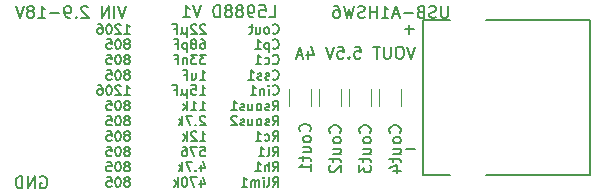
<source format=gbr>
%TF.GenerationSoftware,KiCad,Pcbnew,7.0.1*%
%TF.CreationDate,2023-04-26T12:17:49+02:00*%
%TF.ProjectId,L5988D_RPI_POWER_SUPPLY,4c353938-3844-45f5-9250-495f504f5745,rev?*%
%TF.SameCoordinates,Original*%
%TF.FileFunction,Legend,Bot*%
%TF.FilePolarity,Positive*%
%FSLAX46Y46*%
G04 Gerber Fmt 4.6, Leading zero omitted, Abs format (unit mm)*
G04 Created by KiCad (PCBNEW 7.0.1) date 2023-04-26 12:17:49*
%MOMM*%
%LPD*%
G01*
G04 APERTURE LIST*
%ADD10C,0.150000*%
%ADD11C,0.200000*%
%ADD12C,0.120000*%
G04 APERTURE END LIST*
D10*
X185537504Y-76347619D02*
X185537504Y-77157142D01*
X185537504Y-77157142D02*
X185489885Y-77252380D01*
X185489885Y-77252380D02*
X185442266Y-77300000D01*
X185442266Y-77300000D02*
X185347028Y-77347619D01*
X185347028Y-77347619D02*
X185156552Y-77347619D01*
X185156552Y-77347619D02*
X185061314Y-77300000D01*
X185061314Y-77300000D02*
X185013695Y-77252380D01*
X185013695Y-77252380D02*
X184966076Y-77157142D01*
X184966076Y-77157142D02*
X184966076Y-76347619D01*
X184537504Y-77300000D02*
X184394647Y-77347619D01*
X184394647Y-77347619D02*
X184156552Y-77347619D01*
X184156552Y-77347619D02*
X184061314Y-77300000D01*
X184061314Y-77300000D02*
X184013695Y-77252380D01*
X184013695Y-77252380D02*
X183966076Y-77157142D01*
X183966076Y-77157142D02*
X183966076Y-77061904D01*
X183966076Y-77061904D02*
X184013695Y-76966666D01*
X184013695Y-76966666D02*
X184061314Y-76919047D01*
X184061314Y-76919047D02*
X184156552Y-76871428D01*
X184156552Y-76871428D02*
X184347028Y-76823809D01*
X184347028Y-76823809D02*
X184442266Y-76776190D01*
X184442266Y-76776190D02*
X184489885Y-76728571D01*
X184489885Y-76728571D02*
X184537504Y-76633333D01*
X184537504Y-76633333D02*
X184537504Y-76538095D01*
X184537504Y-76538095D02*
X184489885Y-76442857D01*
X184489885Y-76442857D02*
X184442266Y-76395238D01*
X184442266Y-76395238D02*
X184347028Y-76347619D01*
X184347028Y-76347619D02*
X184108933Y-76347619D01*
X184108933Y-76347619D02*
X183966076Y-76395238D01*
X183204171Y-76823809D02*
X183061314Y-76871428D01*
X183061314Y-76871428D02*
X183013695Y-76919047D01*
X183013695Y-76919047D02*
X182966076Y-77014285D01*
X182966076Y-77014285D02*
X182966076Y-77157142D01*
X182966076Y-77157142D02*
X183013695Y-77252380D01*
X183013695Y-77252380D02*
X183061314Y-77300000D01*
X183061314Y-77300000D02*
X183156552Y-77347619D01*
X183156552Y-77347619D02*
X183537504Y-77347619D01*
X183537504Y-77347619D02*
X183537504Y-76347619D01*
X183537504Y-76347619D02*
X183204171Y-76347619D01*
X183204171Y-76347619D02*
X183108933Y-76395238D01*
X183108933Y-76395238D02*
X183061314Y-76442857D01*
X183061314Y-76442857D02*
X183013695Y-76538095D01*
X183013695Y-76538095D02*
X183013695Y-76633333D01*
X183013695Y-76633333D02*
X183061314Y-76728571D01*
X183061314Y-76728571D02*
X183108933Y-76776190D01*
X183108933Y-76776190D02*
X183204171Y-76823809D01*
X183204171Y-76823809D02*
X183537504Y-76823809D01*
X182537504Y-76966666D02*
X181775600Y-76966666D01*
X181347028Y-77061904D02*
X180870838Y-77061904D01*
X181442266Y-77347619D02*
X181108933Y-76347619D01*
X181108933Y-76347619D02*
X180775600Y-77347619D01*
X179918457Y-77347619D02*
X180489885Y-77347619D01*
X180204171Y-77347619D02*
X180204171Y-76347619D01*
X180204171Y-76347619D02*
X180299409Y-76490476D01*
X180299409Y-76490476D02*
X180394647Y-76585714D01*
X180394647Y-76585714D02*
X180489885Y-76633333D01*
X179489885Y-77347619D02*
X179489885Y-76347619D01*
X179489885Y-76823809D02*
X178918457Y-76823809D01*
X178918457Y-77347619D02*
X178918457Y-76347619D01*
X178489885Y-77300000D02*
X178347028Y-77347619D01*
X178347028Y-77347619D02*
X178108933Y-77347619D01*
X178108933Y-77347619D02*
X178013695Y-77300000D01*
X178013695Y-77300000D02*
X177966076Y-77252380D01*
X177966076Y-77252380D02*
X177918457Y-77157142D01*
X177918457Y-77157142D02*
X177918457Y-77061904D01*
X177918457Y-77061904D02*
X177966076Y-76966666D01*
X177966076Y-76966666D02*
X178013695Y-76919047D01*
X178013695Y-76919047D02*
X178108933Y-76871428D01*
X178108933Y-76871428D02*
X178299409Y-76823809D01*
X178299409Y-76823809D02*
X178394647Y-76776190D01*
X178394647Y-76776190D02*
X178442266Y-76728571D01*
X178442266Y-76728571D02*
X178489885Y-76633333D01*
X178489885Y-76633333D02*
X178489885Y-76538095D01*
X178489885Y-76538095D02*
X178442266Y-76442857D01*
X178442266Y-76442857D02*
X178394647Y-76395238D01*
X178394647Y-76395238D02*
X178299409Y-76347619D01*
X178299409Y-76347619D02*
X178061314Y-76347619D01*
X178061314Y-76347619D02*
X177918457Y-76395238D01*
X177585123Y-76347619D02*
X177347028Y-77347619D01*
X177347028Y-77347619D02*
X177156552Y-76633333D01*
X177156552Y-76633333D02*
X176966076Y-77347619D01*
X176966076Y-77347619D02*
X176727981Y-76347619D01*
X175918457Y-76347619D02*
X176108933Y-76347619D01*
X176108933Y-76347619D02*
X176204171Y-76395238D01*
X176204171Y-76395238D02*
X176251790Y-76442857D01*
X176251790Y-76442857D02*
X176347028Y-76585714D01*
X176347028Y-76585714D02*
X176394647Y-76776190D01*
X176394647Y-76776190D02*
X176394647Y-77157142D01*
X176394647Y-77157142D02*
X176347028Y-77252380D01*
X176347028Y-77252380D02*
X176299409Y-77300000D01*
X176299409Y-77300000D02*
X176204171Y-77347619D01*
X176204171Y-77347619D02*
X176013695Y-77347619D01*
X176013695Y-77347619D02*
X175918457Y-77300000D01*
X175918457Y-77300000D02*
X175870838Y-77252380D01*
X175870838Y-77252380D02*
X175823219Y-77157142D01*
X175823219Y-77157142D02*
X175823219Y-76919047D01*
X175823219Y-76919047D02*
X175870838Y-76823809D01*
X175870838Y-76823809D02*
X175918457Y-76776190D01*
X175918457Y-76776190D02*
X176013695Y-76728571D01*
X176013695Y-76728571D02*
X176204171Y-76728571D01*
X176204171Y-76728571D02*
X176299409Y-76776190D01*
X176299409Y-76776190D02*
X176347028Y-76823809D01*
X176347028Y-76823809D02*
X176394647Y-76919047D01*
X170380114Y-77296819D02*
X170856304Y-77296819D01*
X170856304Y-77296819D02*
X170856304Y-76296819D01*
X169570590Y-76296819D02*
X170046780Y-76296819D01*
X170046780Y-76296819D02*
X170094399Y-76773009D01*
X170094399Y-76773009D02*
X170046780Y-76725390D01*
X170046780Y-76725390D02*
X169951542Y-76677771D01*
X169951542Y-76677771D02*
X169713447Y-76677771D01*
X169713447Y-76677771D02*
X169618209Y-76725390D01*
X169618209Y-76725390D02*
X169570590Y-76773009D01*
X169570590Y-76773009D02*
X169522971Y-76868247D01*
X169522971Y-76868247D02*
X169522971Y-77106342D01*
X169522971Y-77106342D02*
X169570590Y-77201580D01*
X169570590Y-77201580D02*
X169618209Y-77249200D01*
X169618209Y-77249200D02*
X169713447Y-77296819D01*
X169713447Y-77296819D02*
X169951542Y-77296819D01*
X169951542Y-77296819D02*
X170046780Y-77249200D01*
X170046780Y-77249200D02*
X170094399Y-77201580D01*
X169046780Y-77296819D02*
X168856304Y-77296819D01*
X168856304Y-77296819D02*
X168761066Y-77249200D01*
X168761066Y-77249200D02*
X168713447Y-77201580D01*
X168713447Y-77201580D02*
X168618209Y-77058723D01*
X168618209Y-77058723D02*
X168570590Y-76868247D01*
X168570590Y-76868247D02*
X168570590Y-76487295D01*
X168570590Y-76487295D02*
X168618209Y-76392057D01*
X168618209Y-76392057D02*
X168665828Y-76344438D01*
X168665828Y-76344438D02*
X168761066Y-76296819D01*
X168761066Y-76296819D02*
X168951542Y-76296819D01*
X168951542Y-76296819D02*
X169046780Y-76344438D01*
X169046780Y-76344438D02*
X169094399Y-76392057D01*
X169094399Y-76392057D02*
X169142018Y-76487295D01*
X169142018Y-76487295D02*
X169142018Y-76725390D01*
X169142018Y-76725390D02*
X169094399Y-76820628D01*
X169094399Y-76820628D02*
X169046780Y-76868247D01*
X169046780Y-76868247D02*
X168951542Y-76915866D01*
X168951542Y-76915866D02*
X168761066Y-76915866D01*
X168761066Y-76915866D02*
X168665828Y-76868247D01*
X168665828Y-76868247D02*
X168618209Y-76820628D01*
X168618209Y-76820628D02*
X168570590Y-76725390D01*
X167999161Y-76725390D02*
X168094399Y-76677771D01*
X168094399Y-76677771D02*
X168142018Y-76630152D01*
X168142018Y-76630152D02*
X168189637Y-76534914D01*
X168189637Y-76534914D02*
X168189637Y-76487295D01*
X168189637Y-76487295D02*
X168142018Y-76392057D01*
X168142018Y-76392057D02*
X168094399Y-76344438D01*
X168094399Y-76344438D02*
X167999161Y-76296819D01*
X167999161Y-76296819D02*
X167808685Y-76296819D01*
X167808685Y-76296819D02*
X167713447Y-76344438D01*
X167713447Y-76344438D02*
X167665828Y-76392057D01*
X167665828Y-76392057D02*
X167618209Y-76487295D01*
X167618209Y-76487295D02*
X167618209Y-76534914D01*
X167618209Y-76534914D02*
X167665828Y-76630152D01*
X167665828Y-76630152D02*
X167713447Y-76677771D01*
X167713447Y-76677771D02*
X167808685Y-76725390D01*
X167808685Y-76725390D02*
X167999161Y-76725390D01*
X167999161Y-76725390D02*
X168094399Y-76773009D01*
X168094399Y-76773009D02*
X168142018Y-76820628D01*
X168142018Y-76820628D02*
X168189637Y-76915866D01*
X168189637Y-76915866D02*
X168189637Y-77106342D01*
X168189637Y-77106342D02*
X168142018Y-77201580D01*
X168142018Y-77201580D02*
X168094399Y-77249200D01*
X168094399Y-77249200D02*
X167999161Y-77296819D01*
X167999161Y-77296819D02*
X167808685Y-77296819D01*
X167808685Y-77296819D02*
X167713447Y-77249200D01*
X167713447Y-77249200D02*
X167665828Y-77201580D01*
X167665828Y-77201580D02*
X167618209Y-77106342D01*
X167618209Y-77106342D02*
X167618209Y-76915866D01*
X167618209Y-76915866D02*
X167665828Y-76820628D01*
X167665828Y-76820628D02*
X167713447Y-76773009D01*
X167713447Y-76773009D02*
X167808685Y-76725390D01*
X167046780Y-76725390D02*
X167142018Y-76677771D01*
X167142018Y-76677771D02*
X167189637Y-76630152D01*
X167189637Y-76630152D02*
X167237256Y-76534914D01*
X167237256Y-76534914D02*
X167237256Y-76487295D01*
X167237256Y-76487295D02*
X167189637Y-76392057D01*
X167189637Y-76392057D02*
X167142018Y-76344438D01*
X167142018Y-76344438D02*
X167046780Y-76296819D01*
X167046780Y-76296819D02*
X166856304Y-76296819D01*
X166856304Y-76296819D02*
X166761066Y-76344438D01*
X166761066Y-76344438D02*
X166713447Y-76392057D01*
X166713447Y-76392057D02*
X166665828Y-76487295D01*
X166665828Y-76487295D02*
X166665828Y-76534914D01*
X166665828Y-76534914D02*
X166713447Y-76630152D01*
X166713447Y-76630152D02*
X166761066Y-76677771D01*
X166761066Y-76677771D02*
X166856304Y-76725390D01*
X166856304Y-76725390D02*
X167046780Y-76725390D01*
X167046780Y-76725390D02*
X167142018Y-76773009D01*
X167142018Y-76773009D02*
X167189637Y-76820628D01*
X167189637Y-76820628D02*
X167237256Y-76915866D01*
X167237256Y-76915866D02*
X167237256Y-77106342D01*
X167237256Y-77106342D02*
X167189637Y-77201580D01*
X167189637Y-77201580D02*
X167142018Y-77249200D01*
X167142018Y-77249200D02*
X167046780Y-77296819D01*
X167046780Y-77296819D02*
X166856304Y-77296819D01*
X166856304Y-77296819D02*
X166761066Y-77249200D01*
X166761066Y-77249200D02*
X166713447Y-77201580D01*
X166713447Y-77201580D02*
X166665828Y-77106342D01*
X166665828Y-77106342D02*
X166665828Y-76915866D01*
X166665828Y-76915866D02*
X166713447Y-76820628D01*
X166713447Y-76820628D02*
X166761066Y-76773009D01*
X166761066Y-76773009D02*
X166856304Y-76725390D01*
X166237256Y-77296819D02*
X166237256Y-76296819D01*
X166237256Y-76296819D02*
X165999161Y-76296819D01*
X165999161Y-76296819D02*
X165856304Y-76344438D01*
X165856304Y-76344438D02*
X165761066Y-76439676D01*
X165761066Y-76439676D02*
X165713447Y-76534914D01*
X165713447Y-76534914D02*
X165665828Y-76725390D01*
X165665828Y-76725390D02*
X165665828Y-76868247D01*
X165665828Y-76868247D02*
X165713447Y-77058723D01*
X165713447Y-77058723D02*
X165761066Y-77153961D01*
X165761066Y-77153961D02*
X165856304Y-77249200D01*
X165856304Y-77249200D02*
X165999161Y-77296819D01*
X165999161Y-77296819D02*
X166237256Y-77296819D01*
X164618208Y-76296819D02*
X164284875Y-77296819D01*
X164284875Y-77296819D02*
X163951542Y-76296819D01*
X163094399Y-77296819D02*
X163665827Y-77296819D01*
X163380113Y-77296819D02*
X163380113Y-76296819D01*
X163380113Y-76296819D02*
X163475351Y-76439676D01*
X163475351Y-76439676D02*
X163570589Y-76534914D01*
X163570589Y-76534914D02*
X163665827Y-76582533D01*
X170700780Y-78610704D02*
X170738876Y-78648800D01*
X170738876Y-78648800D02*
X170853161Y-78686895D01*
X170853161Y-78686895D02*
X170929352Y-78686895D01*
X170929352Y-78686895D02*
X171043638Y-78648800D01*
X171043638Y-78648800D02*
X171119828Y-78572609D01*
X171119828Y-78572609D02*
X171157923Y-78496419D01*
X171157923Y-78496419D02*
X171196019Y-78344038D01*
X171196019Y-78344038D02*
X171196019Y-78229752D01*
X171196019Y-78229752D02*
X171157923Y-78077371D01*
X171157923Y-78077371D02*
X171119828Y-78001180D01*
X171119828Y-78001180D02*
X171043638Y-77924990D01*
X171043638Y-77924990D02*
X170929352Y-77886895D01*
X170929352Y-77886895D02*
X170853161Y-77886895D01*
X170853161Y-77886895D02*
X170738876Y-77924990D01*
X170738876Y-77924990D02*
X170700780Y-77963085D01*
X170243638Y-78686895D02*
X170319828Y-78648800D01*
X170319828Y-78648800D02*
X170357923Y-78610704D01*
X170357923Y-78610704D02*
X170396019Y-78534514D01*
X170396019Y-78534514D02*
X170396019Y-78305942D01*
X170396019Y-78305942D02*
X170357923Y-78229752D01*
X170357923Y-78229752D02*
X170319828Y-78191657D01*
X170319828Y-78191657D02*
X170243638Y-78153561D01*
X170243638Y-78153561D02*
X170129352Y-78153561D01*
X170129352Y-78153561D02*
X170053161Y-78191657D01*
X170053161Y-78191657D02*
X170015066Y-78229752D01*
X170015066Y-78229752D02*
X169976971Y-78305942D01*
X169976971Y-78305942D02*
X169976971Y-78534514D01*
X169976971Y-78534514D02*
X170015066Y-78610704D01*
X170015066Y-78610704D02*
X170053161Y-78648800D01*
X170053161Y-78648800D02*
X170129352Y-78686895D01*
X170129352Y-78686895D02*
X170243638Y-78686895D01*
X169291256Y-78153561D02*
X169291256Y-78686895D01*
X169634113Y-78153561D02*
X169634113Y-78572609D01*
X169634113Y-78572609D02*
X169596018Y-78648800D01*
X169596018Y-78648800D02*
X169519828Y-78686895D01*
X169519828Y-78686895D02*
X169405542Y-78686895D01*
X169405542Y-78686895D02*
X169329351Y-78648800D01*
X169329351Y-78648800D02*
X169291256Y-78610704D01*
X169024589Y-78153561D02*
X168719827Y-78153561D01*
X168910303Y-77886895D02*
X168910303Y-78572609D01*
X168910303Y-78572609D02*
X168872208Y-78648800D01*
X168872208Y-78648800D02*
X168796018Y-78686895D01*
X168796018Y-78686895D02*
X168719827Y-78686895D01*
X164986496Y-77963085D02*
X164948400Y-77924990D01*
X164948400Y-77924990D02*
X164872210Y-77886895D01*
X164872210Y-77886895D02*
X164681734Y-77886895D01*
X164681734Y-77886895D02*
X164605543Y-77924990D01*
X164605543Y-77924990D02*
X164567448Y-77963085D01*
X164567448Y-77963085D02*
X164529353Y-78039276D01*
X164529353Y-78039276D02*
X164529353Y-78115466D01*
X164529353Y-78115466D02*
X164567448Y-78229752D01*
X164567448Y-78229752D02*
X165024591Y-78686895D01*
X165024591Y-78686895D02*
X164529353Y-78686895D01*
X164224591Y-77963085D02*
X164186495Y-77924990D01*
X164186495Y-77924990D02*
X164110305Y-77886895D01*
X164110305Y-77886895D02*
X163919829Y-77886895D01*
X163919829Y-77886895D02*
X163843638Y-77924990D01*
X163843638Y-77924990D02*
X163805543Y-77963085D01*
X163805543Y-77963085D02*
X163767448Y-78039276D01*
X163767448Y-78039276D02*
X163767448Y-78115466D01*
X163767448Y-78115466D02*
X163805543Y-78229752D01*
X163805543Y-78229752D02*
X164262686Y-78686895D01*
X164262686Y-78686895D02*
X163767448Y-78686895D01*
X163424590Y-78153561D02*
X163424590Y-78953561D01*
X163043638Y-78572609D02*
X163005543Y-78648800D01*
X163005543Y-78648800D02*
X162929352Y-78686895D01*
X163424590Y-78572609D02*
X163386495Y-78648800D01*
X163386495Y-78648800D02*
X163310305Y-78686895D01*
X163310305Y-78686895D02*
X163157924Y-78686895D01*
X163157924Y-78686895D02*
X163081733Y-78648800D01*
X163081733Y-78648800D02*
X163043638Y-78572609D01*
X163043638Y-78572609D02*
X163043638Y-78153561D01*
X162319829Y-78267847D02*
X162586495Y-78267847D01*
X162586495Y-78686895D02*
X162586495Y-77886895D01*
X162586495Y-77886895D02*
X162205543Y-77886895D01*
X158129353Y-78686895D02*
X158586496Y-78686895D01*
X158357924Y-78686895D02*
X158357924Y-77886895D01*
X158357924Y-77886895D02*
X158434115Y-78001180D01*
X158434115Y-78001180D02*
X158510305Y-78077371D01*
X158510305Y-78077371D02*
X158586496Y-78115466D01*
X157824591Y-77963085D02*
X157786495Y-77924990D01*
X157786495Y-77924990D02*
X157710305Y-77886895D01*
X157710305Y-77886895D02*
X157519829Y-77886895D01*
X157519829Y-77886895D02*
X157443638Y-77924990D01*
X157443638Y-77924990D02*
X157405543Y-77963085D01*
X157405543Y-77963085D02*
X157367448Y-78039276D01*
X157367448Y-78039276D02*
X157367448Y-78115466D01*
X157367448Y-78115466D02*
X157405543Y-78229752D01*
X157405543Y-78229752D02*
X157862686Y-78686895D01*
X157862686Y-78686895D02*
X157367448Y-78686895D01*
X156872209Y-77886895D02*
X156796019Y-77886895D01*
X156796019Y-77886895D02*
X156719828Y-77924990D01*
X156719828Y-77924990D02*
X156681733Y-77963085D01*
X156681733Y-77963085D02*
X156643638Y-78039276D01*
X156643638Y-78039276D02*
X156605543Y-78191657D01*
X156605543Y-78191657D02*
X156605543Y-78382133D01*
X156605543Y-78382133D02*
X156643638Y-78534514D01*
X156643638Y-78534514D02*
X156681733Y-78610704D01*
X156681733Y-78610704D02*
X156719828Y-78648800D01*
X156719828Y-78648800D02*
X156796019Y-78686895D01*
X156796019Y-78686895D02*
X156872209Y-78686895D01*
X156872209Y-78686895D02*
X156948400Y-78648800D01*
X156948400Y-78648800D02*
X156986495Y-78610704D01*
X156986495Y-78610704D02*
X157024590Y-78534514D01*
X157024590Y-78534514D02*
X157062686Y-78382133D01*
X157062686Y-78382133D02*
X157062686Y-78191657D01*
X157062686Y-78191657D02*
X157024590Y-78039276D01*
X157024590Y-78039276D02*
X156986495Y-77963085D01*
X156986495Y-77963085D02*
X156948400Y-77924990D01*
X156948400Y-77924990D02*
X156872209Y-77886895D01*
X155919828Y-77886895D02*
X156072209Y-77886895D01*
X156072209Y-77886895D02*
X156148400Y-77924990D01*
X156148400Y-77924990D02*
X156186495Y-77963085D01*
X156186495Y-77963085D02*
X156262685Y-78077371D01*
X156262685Y-78077371D02*
X156300781Y-78229752D01*
X156300781Y-78229752D02*
X156300781Y-78534514D01*
X156300781Y-78534514D02*
X156262685Y-78610704D01*
X156262685Y-78610704D02*
X156224590Y-78648800D01*
X156224590Y-78648800D02*
X156148400Y-78686895D01*
X156148400Y-78686895D02*
X155996019Y-78686895D01*
X155996019Y-78686895D02*
X155919828Y-78648800D01*
X155919828Y-78648800D02*
X155881733Y-78610704D01*
X155881733Y-78610704D02*
X155843638Y-78534514D01*
X155843638Y-78534514D02*
X155843638Y-78344038D01*
X155843638Y-78344038D02*
X155881733Y-78267847D01*
X155881733Y-78267847D02*
X155919828Y-78229752D01*
X155919828Y-78229752D02*
X155996019Y-78191657D01*
X155996019Y-78191657D02*
X156148400Y-78191657D01*
X156148400Y-78191657D02*
X156224590Y-78229752D01*
X156224590Y-78229752D02*
X156262685Y-78267847D01*
X156262685Y-78267847D02*
X156300781Y-78344038D01*
X170700780Y-79906704D02*
X170738876Y-79944800D01*
X170738876Y-79944800D02*
X170853161Y-79982895D01*
X170853161Y-79982895D02*
X170929352Y-79982895D01*
X170929352Y-79982895D02*
X171043638Y-79944800D01*
X171043638Y-79944800D02*
X171119828Y-79868609D01*
X171119828Y-79868609D02*
X171157923Y-79792419D01*
X171157923Y-79792419D02*
X171196019Y-79640038D01*
X171196019Y-79640038D02*
X171196019Y-79525752D01*
X171196019Y-79525752D02*
X171157923Y-79373371D01*
X171157923Y-79373371D02*
X171119828Y-79297180D01*
X171119828Y-79297180D02*
X171043638Y-79220990D01*
X171043638Y-79220990D02*
X170929352Y-79182895D01*
X170929352Y-79182895D02*
X170853161Y-79182895D01*
X170853161Y-79182895D02*
X170738876Y-79220990D01*
X170738876Y-79220990D02*
X170700780Y-79259085D01*
X170357923Y-79449561D02*
X170357923Y-80249561D01*
X170357923Y-79487657D02*
X170281733Y-79449561D01*
X170281733Y-79449561D02*
X170129352Y-79449561D01*
X170129352Y-79449561D02*
X170053161Y-79487657D01*
X170053161Y-79487657D02*
X170015066Y-79525752D01*
X170015066Y-79525752D02*
X169976971Y-79601942D01*
X169976971Y-79601942D02*
X169976971Y-79830514D01*
X169976971Y-79830514D02*
X170015066Y-79906704D01*
X170015066Y-79906704D02*
X170053161Y-79944800D01*
X170053161Y-79944800D02*
X170129352Y-79982895D01*
X170129352Y-79982895D02*
X170281733Y-79982895D01*
X170281733Y-79982895D02*
X170357923Y-79944800D01*
X169215066Y-79982895D02*
X169672209Y-79982895D01*
X169443637Y-79982895D02*
X169443637Y-79182895D01*
X169443637Y-79182895D02*
X169519828Y-79297180D01*
X169519828Y-79297180D02*
X169596018Y-79373371D01*
X169596018Y-79373371D02*
X169672209Y-79411466D01*
X164605543Y-79182895D02*
X164757924Y-79182895D01*
X164757924Y-79182895D02*
X164834115Y-79220990D01*
X164834115Y-79220990D02*
X164872210Y-79259085D01*
X164872210Y-79259085D02*
X164948400Y-79373371D01*
X164948400Y-79373371D02*
X164986496Y-79525752D01*
X164986496Y-79525752D02*
X164986496Y-79830514D01*
X164986496Y-79830514D02*
X164948400Y-79906704D01*
X164948400Y-79906704D02*
X164910305Y-79944800D01*
X164910305Y-79944800D02*
X164834115Y-79982895D01*
X164834115Y-79982895D02*
X164681734Y-79982895D01*
X164681734Y-79982895D02*
X164605543Y-79944800D01*
X164605543Y-79944800D02*
X164567448Y-79906704D01*
X164567448Y-79906704D02*
X164529353Y-79830514D01*
X164529353Y-79830514D02*
X164529353Y-79640038D01*
X164529353Y-79640038D02*
X164567448Y-79563847D01*
X164567448Y-79563847D02*
X164605543Y-79525752D01*
X164605543Y-79525752D02*
X164681734Y-79487657D01*
X164681734Y-79487657D02*
X164834115Y-79487657D01*
X164834115Y-79487657D02*
X164910305Y-79525752D01*
X164910305Y-79525752D02*
X164948400Y-79563847D01*
X164948400Y-79563847D02*
X164986496Y-79640038D01*
X164072210Y-79525752D02*
X164148400Y-79487657D01*
X164148400Y-79487657D02*
X164186495Y-79449561D01*
X164186495Y-79449561D02*
X164224591Y-79373371D01*
X164224591Y-79373371D02*
X164224591Y-79335276D01*
X164224591Y-79335276D02*
X164186495Y-79259085D01*
X164186495Y-79259085D02*
X164148400Y-79220990D01*
X164148400Y-79220990D02*
X164072210Y-79182895D01*
X164072210Y-79182895D02*
X163919829Y-79182895D01*
X163919829Y-79182895D02*
X163843638Y-79220990D01*
X163843638Y-79220990D02*
X163805543Y-79259085D01*
X163805543Y-79259085D02*
X163767448Y-79335276D01*
X163767448Y-79335276D02*
X163767448Y-79373371D01*
X163767448Y-79373371D02*
X163805543Y-79449561D01*
X163805543Y-79449561D02*
X163843638Y-79487657D01*
X163843638Y-79487657D02*
X163919829Y-79525752D01*
X163919829Y-79525752D02*
X164072210Y-79525752D01*
X164072210Y-79525752D02*
X164148400Y-79563847D01*
X164148400Y-79563847D02*
X164186495Y-79601942D01*
X164186495Y-79601942D02*
X164224591Y-79678133D01*
X164224591Y-79678133D02*
X164224591Y-79830514D01*
X164224591Y-79830514D02*
X164186495Y-79906704D01*
X164186495Y-79906704D02*
X164148400Y-79944800D01*
X164148400Y-79944800D02*
X164072210Y-79982895D01*
X164072210Y-79982895D02*
X163919829Y-79982895D01*
X163919829Y-79982895D02*
X163843638Y-79944800D01*
X163843638Y-79944800D02*
X163805543Y-79906704D01*
X163805543Y-79906704D02*
X163767448Y-79830514D01*
X163767448Y-79830514D02*
X163767448Y-79678133D01*
X163767448Y-79678133D02*
X163805543Y-79601942D01*
X163805543Y-79601942D02*
X163843638Y-79563847D01*
X163843638Y-79563847D02*
X163919829Y-79525752D01*
X163424590Y-79449561D02*
X163424590Y-80249561D01*
X163424590Y-79487657D02*
X163348400Y-79449561D01*
X163348400Y-79449561D02*
X163196019Y-79449561D01*
X163196019Y-79449561D02*
X163119828Y-79487657D01*
X163119828Y-79487657D02*
X163081733Y-79525752D01*
X163081733Y-79525752D02*
X163043638Y-79601942D01*
X163043638Y-79601942D02*
X163043638Y-79830514D01*
X163043638Y-79830514D02*
X163081733Y-79906704D01*
X163081733Y-79906704D02*
X163119828Y-79944800D01*
X163119828Y-79944800D02*
X163196019Y-79982895D01*
X163196019Y-79982895D02*
X163348400Y-79982895D01*
X163348400Y-79982895D02*
X163424590Y-79944800D01*
X162434114Y-79563847D02*
X162700780Y-79563847D01*
X162700780Y-79982895D02*
X162700780Y-79182895D01*
X162700780Y-79182895D02*
X162319828Y-79182895D01*
X158434115Y-79525752D02*
X158510305Y-79487657D01*
X158510305Y-79487657D02*
X158548400Y-79449561D01*
X158548400Y-79449561D02*
X158586496Y-79373371D01*
X158586496Y-79373371D02*
X158586496Y-79335276D01*
X158586496Y-79335276D02*
X158548400Y-79259085D01*
X158548400Y-79259085D02*
X158510305Y-79220990D01*
X158510305Y-79220990D02*
X158434115Y-79182895D01*
X158434115Y-79182895D02*
X158281734Y-79182895D01*
X158281734Y-79182895D02*
X158205543Y-79220990D01*
X158205543Y-79220990D02*
X158167448Y-79259085D01*
X158167448Y-79259085D02*
X158129353Y-79335276D01*
X158129353Y-79335276D02*
X158129353Y-79373371D01*
X158129353Y-79373371D02*
X158167448Y-79449561D01*
X158167448Y-79449561D02*
X158205543Y-79487657D01*
X158205543Y-79487657D02*
X158281734Y-79525752D01*
X158281734Y-79525752D02*
X158434115Y-79525752D01*
X158434115Y-79525752D02*
X158510305Y-79563847D01*
X158510305Y-79563847D02*
X158548400Y-79601942D01*
X158548400Y-79601942D02*
X158586496Y-79678133D01*
X158586496Y-79678133D02*
X158586496Y-79830514D01*
X158586496Y-79830514D02*
X158548400Y-79906704D01*
X158548400Y-79906704D02*
X158510305Y-79944800D01*
X158510305Y-79944800D02*
X158434115Y-79982895D01*
X158434115Y-79982895D02*
X158281734Y-79982895D01*
X158281734Y-79982895D02*
X158205543Y-79944800D01*
X158205543Y-79944800D02*
X158167448Y-79906704D01*
X158167448Y-79906704D02*
X158129353Y-79830514D01*
X158129353Y-79830514D02*
X158129353Y-79678133D01*
X158129353Y-79678133D02*
X158167448Y-79601942D01*
X158167448Y-79601942D02*
X158205543Y-79563847D01*
X158205543Y-79563847D02*
X158281734Y-79525752D01*
X157634114Y-79182895D02*
X157557924Y-79182895D01*
X157557924Y-79182895D02*
X157481733Y-79220990D01*
X157481733Y-79220990D02*
X157443638Y-79259085D01*
X157443638Y-79259085D02*
X157405543Y-79335276D01*
X157405543Y-79335276D02*
X157367448Y-79487657D01*
X157367448Y-79487657D02*
X157367448Y-79678133D01*
X157367448Y-79678133D02*
X157405543Y-79830514D01*
X157405543Y-79830514D02*
X157443638Y-79906704D01*
X157443638Y-79906704D02*
X157481733Y-79944800D01*
X157481733Y-79944800D02*
X157557924Y-79982895D01*
X157557924Y-79982895D02*
X157634114Y-79982895D01*
X157634114Y-79982895D02*
X157710305Y-79944800D01*
X157710305Y-79944800D02*
X157748400Y-79906704D01*
X157748400Y-79906704D02*
X157786495Y-79830514D01*
X157786495Y-79830514D02*
X157824591Y-79678133D01*
X157824591Y-79678133D02*
X157824591Y-79487657D01*
X157824591Y-79487657D02*
X157786495Y-79335276D01*
X157786495Y-79335276D02*
X157748400Y-79259085D01*
X157748400Y-79259085D02*
X157710305Y-79220990D01*
X157710305Y-79220990D02*
X157634114Y-79182895D01*
X156643638Y-79182895D02*
X157024590Y-79182895D01*
X157024590Y-79182895D02*
X157062686Y-79563847D01*
X157062686Y-79563847D02*
X157024590Y-79525752D01*
X157024590Y-79525752D02*
X156948400Y-79487657D01*
X156948400Y-79487657D02*
X156757924Y-79487657D01*
X156757924Y-79487657D02*
X156681733Y-79525752D01*
X156681733Y-79525752D02*
X156643638Y-79563847D01*
X156643638Y-79563847D02*
X156605543Y-79640038D01*
X156605543Y-79640038D02*
X156605543Y-79830514D01*
X156605543Y-79830514D02*
X156643638Y-79906704D01*
X156643638Y-79906704D02*
X156681733Y-79944800D01*
X156681733Y-79944800D02*
X156757924Y-79982895D01*
X156757924Y-79982895D02*
X156948400Y-79982895D01*
X156948400Y-79982895D02*
X157024590Y-79944800D01*
X157024590Y-79944800D02*
X157062686Y-79906704D01*
X170700780Y-81202704D02*
X170738876Y-81240800D01*
X170738876Y-81240800D02*
X170853161Y-81278895D01*
X170853161Y-81278895D02*
X170929352Y-81278895D01*
X170929352Y-81278895D02*
X171043638Y-81240800D01*
X171043638Y-81240800D02*
X171119828Y-81164609D01*
X171119828Y-81164609D02*
X171157923Y-81088419D01*
X171157923Y-81088419D02*
X171196019Y-80936038D01*
X171196019Y-80936038D02*
X171196019Y-80821752D01*
X171196019Y-80821752D02*
X171157923Y-80669371D01*
X171157923Y-80669371D02*
X171119828Y-80593180D01*
X171119828Y-80593180D02*
X171043638Y-80516990D01*
X171043638Y-80516990D02*
X170929352Y-80478895D01*
X170929352Y-80478895D02*
X170853161Y-80478895D01*
X170853161Y-80478895D02*
X170738876Y-80516990D01*
X170738876Y-80516990D02*
X170700780Y-80555085D01*
X170015066Y-81240800D02*
X170091257Y-81278895D01*
X170091257Y-81278895D02*
X170243638Y-81278895D01*
X170243638Y-81278895D02*
X170319828Y-81240800D01*
X170319828Y-81240800D02*
X170357923Y-81202704D01*
X170357923Y-81202704D02*
X170396019Y-81126514D01*
X170396019Y-81126514D02*
X170396019Y-80897942D01*
X170396019Y-80897942D02*
X170357923Y-80821752D01*
X170357923Y-80821752D02*
X170319828Y-80783657D01*
X170319828Y-80783657D02*
X170243638Y-80745561D01*
X170243638Y-80745561D02*
X170091257Y-80745561D01*
X170091257Y-80745561D02*
X170015066Y-80783657D01*
X169253162Y-81278895D02*
X169710305Y-81278895D01*
X169481733Y-81278895D02*
X169481733Y-80478895D01*
X169481733Y-80478895D02*
X169557924Y-80593180D01*
X169557924Y-80593180D02*
X169634114Y-80669371D01*
X169634114Y-80669371D02*
X169710305Y-80707466D01*
X165024591Y-80478895D02*
X164529353Y-80478895D01*
X164529353Y-80478895D02*
X164796019Y-80783657D01*
X164796019Y-80783657D02*
X164681734Y-80783657D01*
X164681734Y-80783657D02*
X164605543Y-80821752D01*
X164605543Y-80821752D02*
X164567448Y-80859847D01*
X164567448Y-80859847D02*
X164529353Y-80936038D01*
X164529353Y-80936038D02*
X164529353Y-81126514D01*
X164529353Y-81126514D02*
X164567448Y-81202704D01*
X164567448Y-81202704D02*
X164605543Y-81240800D01*
X164605543Y-81240800D02*
X164681734Y-81278895D01*
X164681734Y-81278895D02*
X164910305Y-81278895D01*
X164910305Y-81278895D02*
X164986496Y-81240800D01*
X164986496Y-81240800D02*
X165024591Y-81202704D01*
X164262686Y-80478895D02*
X163767448Y-80478895D01*
X163767448Y-80478895D02*
X164034114Y-80783657D01*
X164034114Y-80783657D02*
X163919829Y-80783657D01*
X163919829Y-80783657D02*
X163843638Y-80821752D01*
X163843638Y-80821752D02*
X163805543Y-80859847D01*
X163805543Y-80859847D02*
X163767448Y-80936038D01*
X163767448Y-80936038D02*
X163767448Y-81126514D01*
X163767448Y-81126514D02*
X163805543Y-81202704D01*
X163805543Y-81202704D02*
X163843638Y-81240800D01*
X163843638Y-81240800D02*
X163919829Y-81278895D01*
X163919829Y-81278895D02*
X164148400Y-81278895D01*
X164148400Y-81278895D02*
X164224591Y-81240800D01*
X164224591Y-81240800D02*
X164262686Y-81202704D01*
X163424590Y-80745561D02*
X163424590Y-81278895D01*
X163424590Y-80821752D02*
X163386495Y-80783657D01*
X163386495Y-80783657D02*
X163310305Y-80745561D01*
X163310305Y-80745561D02*
X163196019Y-80745561D01*
X163196019Y-80745561D02*
X163119828Y-80783657D01*
X163119828Y-80783657D02*
X163081733Y-80859847D01*
X163081733Y-80859847D02*
X163081733Y-81278895D01*
X162434114Y-80859847D02*
X162700780Y-80859847D01*
X162700780Y-81278895D02*
X162700780Y-80478895D01*
X162700780Y-80478895D02*
X162319828Y-80478895D01*
X158434115Y-80821752D02*
X158510305Y-80783657D01*
X158510305Y-80783657D02*
X158548400Y-80745561D01*
X158548400Y-80745561D02*
X158586496Y-80669371D01*
X158586496Y-80669371D02*
X158586496Y-80631276D01*
X158586496Y-80631276D02*
X158548400Y-80555085D01*
X158548400Y-80555085D02*
X158510305Y-80516990D01*
X158510305Y-80516990D02*
X158434115Y-80478895D01*
X158434115Y-80478895D02*
X158281734Y-80478895D01*
X158281734Y-80478895D02*
X158205543Y-80516990D01*
X158205543Y-80516990D02*
X158167448Y-80555085D01*
X158167448Y-80555085D02*
X158129353Y-80631276D01*
X158129353Y-80631276D02*
X158129353Y-80669371D01*
X158129353Y-80669371D02*
X158167448Y-80745561D01*
X158167448Y-80745561D02*
X158205543Y-80783657D01*
X158205543Y-80783657D02*
X158281734Y-80821752D01*
X158281734Y-80821752D02*
X158434115Y-80821752D01*
X158434115Y-80821752D02*
X158510305Y-80859847D01*
X158510305Y-80859847D02*
X158548400Y-80897942D01*
X158548400Y-80897942D02*
X158586496Y-80974133D01*
X158586496Y-80974133D02*
X158586496Y-81126514D01*
X158586496Y-81126514D02*
X158548400Y-81202704D01*
X158548400Y-81202704D02*
X158510305Y-81240800D01*
X158510305Y-81240800D02*
X158434115Y-81278895D01*
X158434115Y-81278895D02*
X158281734Y-81278895D01*
X158281734Y-81278895D02*
X158205543Y-81240800D01*
X158205543Y-81240800D02*
X158167448Y-81202704D01*
X158167448Y-81202704D02*
X158129353Y-81126514D01*
X158129353Y-81126514D02*
X158129353Y-80974133D01*
X158129353Y-80974133D02*
X158167448Y-80897942D01*
X158167448Y-80897942D02*
X158205543Y-80859847D01*
X158205543Y-80859847D02*
X158281734Y-80821752D01*
X157634114Y-80478895D02*
X157557924Y-80478895D01*
X157557924Y-80478895D02*
X157481733Y-80516990D01*
X157481733Y-80516990D02*
X157443638Y-80555085D01*
X157443638Y-80555085D02*
X157405543Y-80631276D01*
X157405543Y-80631276D02*
X157367448Y-80783657D01*
X157367448Y-80783657D02*
X157367448Y-80974133D01*
X157367448Y-80974133D02*
X157405543Y-81126514D01*
X157405543Y-81126514D02*
X157443638Y-81202704D01*
X157443638Y-81202704D02*
X157481733Y-81240800D01*
X157481733Y-81240800D02*
X157557924Y-81278895D01*
X157557924Y-81278895D02*
X157634114Y-81278895D01*
X157634114Y-81278895D02*
X157710305Y-81240800D01*
X157710305Y-81240800D02*
X157748400Y-81202704D01*
X157748400Y-81202704D02*
X157786495Y-81126514D01*
X157786495Y-81126514D02*
X157824591Y-80974133D01*
X157824591Y-80974133D02*
X157824591Y-80783657D01*
X157824591Y-80783657D02*
X157786495Y-80631276D01*
X157786495Y-80631276D02*
X157748400Y-80555085D01*
X157748400Y-80555085D02*
X157710305Y-80516990D01*
X157710305Y-80516990D02*
X157634114Y-80478895D01*
X156643638Y-80478895D02*
X157024590Y-80478895D01*
X157024590Y-80478895D02*
X157062686Y-80859847D01*
X157062686Y-80859847D02*
X157024590Y-80821752D01*
X157024590Y-80821752D02*
X156948400Y-80783657D01*
X156948400Y-80783657D02*
X156757924Y-80783657D01*
X156757924Y-80783657D02*
X156681733Y-80821752D01*
X156681733Y-80821752D02*
X156643638Y-80859847D01*
X156643638Y-80859847D02*
X156605543Y-80936038D01*
X156605543Y-80936038D02*
X156605543Y-81126514D01*
X156605543Y-81126514D02*
X156643638Y-81202704D01*
X156643638Y-81202704D02*
X156681733Y-81240800D01*
X156681733Y-81240800D02*
X156757924Y-81278895D01*
X156757924Y-81278895D02*
X156948400Y-81278895D01*
X156948400Y-81278895D02*
X157024590Y-81240800D01*
X157024590Y-81240800D02*
X157062686Y-81202704D01*
X170700780Y-82498704D02*
X170738876Y-82536800D01*
X170738876Y-82536800D02*
X170853161Y-82574895D01*
X170853161Y-82574895D02*
X170929352Y-82574895D01*
X170929352Y-82574895D02*
X171043638Y-82536800D01*
X171043638Y-82536800D02*
X171119828Y-82460609D01*
X171119828Y-82460609D02*
X171157923Y-82384419D01*
X171157923Y-82384419D02*
X171196019Y-82232038D01*
X171196019Y-82232038D02*
X171196019Y-82117752D01*
X171196019Y-82117752D02*
X171157923Y-81965371D01*
X171157923Y-81965371D02*
X171119828Y-81889180D01*
X171119828Y-81889180D02*
X171043638Y-81812990D01*
X171043638Y-81812990D02*
X170929352Y-81774895D01*
X170929352Y-81774895D02*
X170853161Y-81774895D01*
X170853161Y-81774895D02*
X170738876Y-81812990D01*
X170738876Y-81812990D02*
X170700780Y-81851085D01*
X170396019Y-82536800D02*
X170319828Y-82574895D01*
X170319828Y-82574895D02*
X170167447Y-82574895D01*
X170167447Y-82574895D02*
X170091257Y-82536800D01*
X170091257Y-82536800D02*
X170053161Y-82460609D01*
X170053161Y-82460609D02*
X170053161Y-82422514D01*
X170053161Y-82422514D02*
X170091257Y-82346323D01*
X170091257Y-82346323D02*
X170167447Y-82308228D01*
X170167447Y-82308228D02*
X170281733Y-82308228D01*
X170281733Y-82308228D02*
X170357923Y-82270133D01*
X170357923Y-82270133D02*
X170396019Y-82193942D01*
X170396019Y-82193942D02*
X170396019Y-82155847D01*
X170396019Y-82155847D02*
X170357923Y-82079657D01*
X170357923Y-82079657D02*
X170281733Y-82041561D01*
X170281733Y-82041561D02*
X170167447Y-82041561D01*
X170167447Y-82041561D02*
X170091257Y-82079657D01*
X169748400Y-82536800D02*
X169672209Y-82574895D01*
X169672209Y-82574895D02*
X169519828Y-82574895D01*
X169519828Y-82574895D02*
X169443638Y-82536800D01*
X169443638Y-82536800D02*
X169405542Y-82460609D01*
X169405542Y-82460609D02*
X169405542Y-82422514D01*
X169405542Y-82422514D02*
X169443638Y-82346323D01*
X169443638Y-82346323D02*
X169519828Y-82308228D01*
X169519828Y-82308228D02*
X169634114Y-82308228D01*
X169634114Y-82308228D02*
X169710304Y-82270133D01*
X169710304Y-82270133D02*
X169748400Y-82193942D01*
X169748400Y-82193942D02*
X169748400Y-82155847D01*
X169748400Y-82155847D02*
X169710304Y-82079657D01*
X169710304Y-82079657D02*
X169634114Y-82041561D01*
X169634114Y-82041561D02*
X169519828Y-82041561D01*
X169519828Y-82041561D02*
X169443638Y-82079657D01*
X168643638Y-82574895D02*
X169100781Y-82574895D01*
X168872209Y-82574895D02*
X168872209Y-81774895D01*
X168872209Y-81774895D02*
X168948400Y-81889180D01*
X168948400Y-81889180D02*
X169024590Y-81965371D01*
X169024590Y-81965371D02*
X169100781Y-82003466D01*
X164529353Y-82574895D02*
X164986496Y-82574895D01*
X164757924Y-82574895D02*
X164757924Y-81774895D01*
X164757924Y-81774895D02*
X164834115Y-81889180D01*
X164834115Y-81889180D02*
X164910305Y-81965371D01*
X164910305Y-81965371D02*
X164986496Y-82003466D01*
X163843638Y-82041561D02*
X163843638Y-82574895D01*
X164186495Y-82041561D02*
X164186495Y-82460609D01*
X164186495Y-82460609D02*
X164148400Y-82536800D01*
X164148400Y-82536800D02*
X164072210Y-82574895D01*
X164072210Y-82574895D02*
X163957924Y-82574895D01*
X163957924Y-82574895D02*
X163881733Y-82536800D01*
X163881733Y-82536800D02*
X163843638Y-82498704D01*
X163196019Y-82155847D02*
X163462685Y-82155847D01*
X163462685Y-82574895D02*
X163462685Y-81774895D01*
X163462685Y-81774895D02*
X163081733Y-81774895D01*
X158434115Y-82117752D02*
X158510305Y-82079657D01*
X158510305Y-82079657D02*
X158548400Y-82041561D01*
X158548400Y-82041561D02*
X158586496Y-81965371D01*
X158586496Y-81965371D02*
X158586496Y-81927276D01*
X158586496Y-81927276D02*
X158548400Y-81851085D01*
X158548400Y-81851085D02*
X158510305Y-81812990D01*
X158510305Y-81812990D02*
X158434115Y-81774895D01*
X158434115Y-81774895D02*
X158281734Y-81774895D01*
X158281734Y-81774895D02*
X158205543Y-81812990D01*
X158205543Y-81812990D02*
X158167448Y-81851085D01*
X158167448Y-81851085D02*
X158129353Y-81927276D01*
X158129353Y-81927276D02*
X158129353Y-81965371D01*
X158129353Y-81965371D02*
X158167448Y-82041561D01*
X158167448Y-82041561D02*
X158205543Y-82079657D01*
X158205543Y-82079657D02*
X158281734Y-82117752D01*
X158281734Y-82117752D02*
X158434115Y-82117752D01*
X158434115Y-82117752D02*
X158510305Y-82155847D01*
X158510305Y-82155847D02*
X158548400Y-82193942D01*
X158548400Y-82193942D02*
X158586496Y-82270133D01*
X158586496Y-82270133D02*
X158586496Y-82422514D01*
X158586496Y-82422514D02*
X158548400Y-82498704D01*
X158548400Y-82498704D02*
X158510305Y-82536800D01*
X158510305Y-82536800D02*
X158434115Y-82574895D01*
X158434115Y-82574895D02*
X158281734Y-82574895D01*
X158281734Y-82574895D02*
X158205543Y-82536800D01*
X158205543Y-82536800D02*
X158167448Y-82498704D01*
X158167448Y-82498704D02*
X158129353Y-82422514D01*
X158129353Y-82422514D02*
X158129353Y-82270133D01*
X158129353Y-82270133D02*
X158167448Y-82193942D01*
X158167448Y-82193942D02*
X158205543Y-82155847D01*
X158205543Y-82155847D02*
X158281734Y-82117752D01*
X157634114Y-81774895D02*
X157557924Y-81774895D01*
X157557924Y-81774895D02*
X157481733Y-81812990D01*
X157481733Y-81812990D02*
X157443638Y-81851085D01*
X157443638Y-81851085D02*
X157405543Y-81927276D01*
X157405543Y-81927276D02*
X157367448Y-82079657D01*
X157367448Y-82079657D02*
X157367448Y-82270133D01*
X157367448Y-82270133D02*
X157405543Y-82422514D01*
X157405543Y-82422514D02*
X157443638Y-82498704D01*
X157443638Y-82498704D02*
X157481733Y-82536800D01*
X157481733Y-82536800D02*
X157557924Y-82574895D01*
X157557924Y-82574895D02*
X157634114Y-82574895D01*
X157634114Y-82574895D02*
X157710305Y-82536800D01*
X157710305Y-82536800D02*
X157748400Y-82498704D01*
X157748400Y-82498704D02*
X157786495Y-82422514D01*
X157786495Y-82422514D02*
X157824591Y-82270133D01*
X157824591Y-82270133D02*
X157824591Y-82079657D01*
X157824591Y-82079657D02*
X157786495Y-81927276D01*
X157786495Y-81927276D02*
X157748400Y-81851085D01*
X157748400Y-81851085D02*
X157710305Y-81812990D01*
X157710305Y-81812990D02*
X157634114Y-81774895D01*
X156643638Y-81774895D02*
X157024590Y-81774895D01*
X157024590Y-81774895D02*
X157062686Y-82155847D01*
X157062686Y-82155847D02*
X157024590Y-82117752D01*
X157024590Y-82117752D02*
X156948400Y-82079657D01*
X156948400Y-82079657D02*
X156757924Y-82079657D01*
X156757924Y-82079657D02*
X156681733Y-82117752D01*
X156681733Y-82117752D02*
X156643638Y-82155847D01*
X156643638Y-82155847D02*
X156605543Y-82232038D01*
X156605543Y-82232038D02*
X156605543Y-82422514D01*
X156605543Y-82422514D02*
X156643638Y-82498704D01*
X156643638Y-82498704D02*
X156681733Y-82536800D01*
X156681733Y-82536800D02*
X156757924Y-82574895D01*
X156757924Y-82574895D02*
X156948400Y-82574895D01*
X156948400Y-82574895D02*
X157024590Y-82536800D01*
X157024590Y-82536800D02*
X157062686Y-82498704D01*
X170700780Y-83794704D02*
X170738876Y-83832800D01*
X170738876Y-83832800D02*
X170853161Y-83870895D01*
X170853161Y-83870895D02*
X170929352Y-83870895D01*
X170929352Y-83870895D02*
X171043638Y-83832800D01*
X171043638Y-83832800D02*
X171119828Y-83756609D01*
X171119828Y-83756609D02*
X171157923Y-83680419D01*
X171157923Y-83680419D02*
X171196019Y-83528038D01*
X171196019Y-83528038D02*
X171196019Y-83413752D01*
X171196019Y-83413752D02*
X171157923Y-83261371D01*
X171157923Y-83261371D02*
X171119828Y-83185180D01*
X171119828Y-83185180D02*
X171043638Y-83108990D01*
X171043638Y-83108990D02*
X170929352Y-83070895D01*
X170929352Y-83070895D02*
X170853161Y-83070895D01*
X170853161Y-83070895D02*
X170738876Y-83108990D01*
X170738876Y-83108990D02*
X170700780Y-83147085D01*
X170357923Y-83870895D02*
X170357923Y-83337561D01*
X170357923Y-83070895D02*
X170396019Y-83108990D01*
X170396019Y-83108990D02*
X170357923Y-83147085D01*
X170357923Y-83147085D02*
X170319828Y-83108990D01*
X170319828Y-83108990D02*
X170357923Y-83070895D01*
X170357923Y-83070895D02*
X170357923Y-83147085D01*
X169976971Y-83337561D02*
X169976971Y-83870895D01*
X169976971Y-83413752D02*
X169938876Y-83375657D01*
X169938876Y-83375657D02*
X169862686Y-83337561D01*
X169862686Y-83337561D02*
X169748400Y-83337561D01*
X169748400Y-83337561D02*
X169672209Y-83375657D01*
X169672209Y-83375657D02*
X169634114Y-83451847D01*
X169634114Y-83451847D02*
X169634114Y-83870895D01*
X168834114Y-83870895D02*
X169291257Y-83870895D01*
X169062685Y-83870895D02*
X169062685Y-83070895D01*
X169062685Y-83070895D02*
X169138876Y-83185180D01*
X169138876Y-83185180D02*
X169215066Y-83261371D01*
X169215066Y-83261371D02*
X169291257Y-83299466D01*
X164529353Y-83870895D02*
X164986496Y-83870895D01*
X164757924Y-83870895D02*
X164757924Y-83070895D01*
X164757924Y-83070895D02*
X164834115Y-83185180D01*
X164834115Y-83185180D02*
X164910305Y-83261371D01*
X164910305Y-83261371D02*
X164986496Y-83299466D01*
X163805543Y-83070895D02*
X164186495Y-83070895D01*
X164186495Y-83070895D02*
X164224591Y-83451847D01*
X164224591Y-83451847D02*
X164186495Y-83413752D01*
X164186495Y-83413752D02*
X164110305Y-83375657D01*
X164110305Y-83375657D02*
X163919829Y-83375657D01*
X163919829Y-83375657D02*
X163843638Y-83413752D01*
X163843638Y-83413752D02*
X163805543Y-83451847D01*
X163805543Y-83451847D02*
X163767448Y-83528038D01*
X163767448Y-83528038D02*
X163767448Y-83718514D01*
X163767448Y-83718514D02*
X163805543Y-83794704D01*
X163805543Y-83794704D02*
X163843638Y-83832800D01*
X163843638Y-83832800D02*
X163919829Y-83870895D01*
X163919829Y-83870895D02*
X164110305Y-83870895D01*
X164110305Y-83870895D02*
X164186495Y-83832800D01*
X164186495Y-83832800D02*
X164224591Y-83794704D01*
X163424590Y-83337561D02*
X163424590Y-84137561D01*
X163043638Y-83756609D02*
X163005543Y-83832800D01*
X163005543Y-83832800D02*
X162929352Y-83870895D01*
X163424590Y-83756609D02*
X163386495Y-83832800D01*
X163386495Y-83832800D02*
X163310305Y-83870895D01*
X163310305Y-83870895D02*
X163157924Y-83870895D01*
X163157924Y-83870895D02*
X163081733Y-83832800D01*
X163081733Y-83832800D02*
X163043638Y-83756609D01*
X163043638Y-83756609D02*
X163043638Y-83337561D01*
X162319829Y-83451847D02*
X162586495Y-83451847D01*
X162586495Y-83870895D02*
X162586495Y-83070895D01*
X162586495Y-83070895D02*
X162205543Y-83070895D01*
X158129353Y-83870895D02*
X158586496Y-83870895D01*
X158357924Y-83870895D02*
X158357924Y-83070895D01*
X158357924Y-83070895D02*
X158434115Y-83185180D01*
X158434115Y-83185180D02*
X158510305Y-83261371D01*
X158510305Y-83261371D02*
X158586496Y-83299466D01*
X157824591Y-83147085D02*
X157786495Y-83108990D01*
X157786495Y-83108990D02*
X157710305Y-83070895D01*
X157710305Y-83070895D02*
X157519829Y-83070895D01*
X157519829Y-83070895D02*
X157443638Y-83108990D01*
X157443638Y-83108990D02*
X157405543Y-83147085D01*
X157405543Y-83147085D02*
X157367448Y-83223276D01*
X157367448Y-83223276D02*
X157367448Y-83299466D01*
X157367448Y-83299466D02*
X157405543Y-83413752D01*
X157405543Y-83413752D02*
X157862686Y-83870895D01*
X157862686Y-83870895D02*
X157367448Y-83870895D01*
X156872209Y-83070895D02*
X156796019Y-83070895D01*
X156796019Y-83070895D02*
X156719828Y-83108990D01*
X156719828Y-83108990D02*
X156681733Y-83147085D01*
X156681733Y-83147085D02*
X156643638Y-83223276D01*
X156643638Y-83223276D02*
X156605543Y-83375657D01*
X156605543Y-83375657D02*
X156605543Y-83566133D01*
X156605543Y-83566133D02*
X156643638Y-83718514D01*
X156643638Y-83718514D02*
X156681733Y-83794704D01*
X156681733Y-83794704D02*
X156719828Y-83832800D01*
X156719828Y-83832800D02*
X156796019Y-83870895D01*
X156796019Y-83870895D02*
X156872209Y-83870895D01*
X156872209Y-83870895D02*
X156948400Y-83832800D01*
X156948400Y-83832800D02*
X156986495Y-83794704D01*
X156986495Y-83794704D02*
X157024590Y-83718514D01*
X157024590Y-83718514D02*
X157062686Y-83566133D01*
X157062686Y-83566133D02*
X157062686Y-83375657D01*
X157062686Y-83375657D02*
X157024590Y-83223276D01*
X157024590Y-83223276D02*
X156986495Y-83147085D01*
X156986495Y-83147085D02*
X156948400Y-83108990D01*
X156948400Y-83108990D02*
X156872209Y-83070895D01*
X155919828Y-83070895D02*
X156072209Y-83070895D01*
X156072209Y-83070895D02*
X156148400Y-83108990D01*
X156148400Y-83108990D02*
X156186495Y-83147085D01*
X156186495Y-83147085D02*
X156262685Y-83261371D01*
X156262685Y-83261371D02*
X156300781Y-83413752D01*
X156300781Y-83413752D02*
X156300781Y-83718514D01*
X156300781Y-83718514D02*
X156262685Y-83794704D01*
X156262685Y-83794704D02*
X156224590Y-83832800D01*
X156224590Y-83832800D02*
X156148400Y-83870895D01*
X156148400Y-83870895D02*
X155996019Y-83870895D01*
X155996019Y-83870895D02*
X155919828Y-83832800D01*
X155919828Y-83832800D02*
X155881733Y-83794704D01*
X155881733Y-83794704D02*
X155843638Y-83718514D01*
X155843638Y-83718514D02*
X155843638Y-83528038D01*
X155843638Y-83528038D02*
X155881733Y-83451847D01*
X155881733Y-83451847D02*
X155919828Y-83413752D01*
X155919828Y-83413752D02*
X155996019Y-83375657D01*
X155996019Y-83375657D02*
X156148400Y-83375657D01*
X156148400Y-83375657D02*
X156224590Y-83413752D01*
X156224590Y-83413752D02*
X156262685Y-83451847D01*
X156262685Y-83451847D02*
X156300781Y-83528038D01*
X170700780Y-85166895D02*
X170967447Y-84785942D01*
X171157923Y-85166895D02*
X171157923Y-84366895D01*
X171157923Y-84366895D02*
X170853161Y-84366895D01*
X170853161Y-84366895D02*
X170776971Y-84404990D01*
X170776971Y-84404990D02*
X170738876Y-84443085D01*
X170738876Y-84443085D02*
X170700780Y-84519276D01*
X170700780Y-84519276D02*
X170700780Y-84633561D01*
X170700780Y-84633561D02*
X170738876Y-84709752D01*
X170738876Y-84709752D02*
X170776971Y-84747847D01*
X170776971Y-84747847D02*
X170853161Y-84785942D01*
X170853161Y-84785942D02*
X171157923Y-84785942D01*
X170396019Y-85128800D02*
X170319828Y-85166895D01*
X170319828Y-85166895D02*
X170167447Y-85166895D01*
X170167447Y-85166895D02*
X170091257Y-85128800D01*
X170091257Y-85128800D02*
X170053161Y-85052609D01*
X170053161Y-85052609D02*
X170053161Y-85014514D01*
X170053161Y-85014514D02*
X170091257Y-84938323D01*
X170091257Y-84938323D02*
X170167447Y-84900228D01*
X170167447Y-84900228D02*
X170281733Y-84900228D01*
X170281733Y-84900228D02*
X170357923Y-84862133D01*
X170357923Y-84862133D02*
X170396019Y-84785942D01*
X170396019Y-84785942D02*
X170396019Y-84747847D01*
X170396019Y-84747847D02*
X170357923Y-84671657D01*
X170357923Y-84671657D02*
X170281733Y-84633561D01*
X170281733Y-84633561D02*
X170167447Y-84633561D01*
X170167447Y-84633561D02*
X170091257Y-84671657D01*
X169596019Y-85166895D02*
X169672209Y-85128800D01*
X169672209Y-85128800D02*
X169710304Y-85090704D01*
X169710304Y-85090704D02*
X169748400Y-85014514D01*
X169748400Y-85014514D02*
X169748400Y-84785942D01*
X169748400Y-84785942D02*
X169710304Y-84709752D01*
X169710304Y-84709752D02*
X169672209Y-84671657D01*
X169672209Y-84671657D02*
X169596019Y-84633561D01*
X169596019Y-84633561D02*
X169481733Y-84633561D01*
X169481733Y-84633561D02*
X169405542Y-84671657D01*
X169405542Y-84671657D02*
X169367447Y-84709752D01*
X169367447Y-84709752D02*
X169329352Y-84785942D01*
X169329352Y-84785942D02*
X169329352Y-85014514D01*
X169329352Y-85014514D02*
X169367447Y-85090704D01*
X169367447Y-85090704D02*
X169405542Y-85128800D01*
X169405542Y-85128800D02*
X169481733Y-85166895D01*
X169481733Y-85166895D02*
X169596019Y-85166895D01*
X168643637Y-84633561D02*
X168643637Y-85166895D01*
X168986494Y-84633561D02*
X168986494Y-85052609D01*
X168986494Y-85052609D02*
X168948399Y-85128800D01*
X168948399Y-85128800D02*
X168872209Y-85166895D01*
X168872209Y-85166895D02*
X168757923Y-85166895D01*
X168757923Y-85166895D02*
X168681732Y-85128800D01*
X168681732Y-85128800D02*
X168643637Y-85090704D01*
X168300780Y-85128800D02*
X168224589Y-85166895D01*
X168224589Y-85166895D02*
X168072208Y-85166895D01*
X168072208Y-85166895D02*
X167996018Y-85128800D01*
X167996018Y-85128800D02*
X167957922Y-85052609D01*
X167957922Y-85052609D02*
X167957922Y-85014514D01*
X167957922Y-85014514D02*
X167996018Y-84938323D01*
X167996018Y-84938323D02*
X168072208Y-84900228D01*
X168072208Y-84900228D02*
X168186494Y-84900228D01*
X168186494Y-84900228D02*
X168262684Y-84862133D01*
X168262684Y-84862133D02*
X168300780Y-84785942D01*
X168300780Y-84785942D02*
X168300780Y-84747847D01*
X168300780Y-84747847D02*
X168262684Y-84671657D01*
X168262684Y-84671657D02*
X168186494Y-84633561D01*
X168186494Y-84633561D02*
X168072208Y-84633561D01*
X168072208Y-84633561D02*
X167996018Y-84671657D01*
X167196018Y-85166895D02*
X167653161Y-85166895D01*
X167424589Y-85166895D02*
X167424589Y-84366895D01*
X167424589Y-84366895D02*
X167500780Y-84481180D01*
X167500780Y-84481180D02*
X167576970Y-84557371D01*
X167576970Y-84557371D02*
X167653161Y-84595466D01*
X164529353Y-85166895D02*
X164986496Y-85166895D01*
X164757924Y-85166895D02*
X164757924Y-84366895D01*
X164757924Y-84366895D02*
X164834115Y-84481180D01*
X164834115Y-84481180D02*
X164910305Y-84557371D01*
X164910305Y-84557371D02*
X164986496Y-84595466D01*
X163767448Y-85166895D02*
X164224591Y-85166895D01*
X163996019Y-85166895D02*
X163996019Y-84366895D01*
X163996019Y-84366895D02*
X164072210Y-84481180D01*
X164072210Y-84481180D02*
X164148400Y-84557371D01*
X164148400Y-84557371D02*
X164224591Y-84595466D01*
X163424590Y-85166895D02*
X163424590Y-84366895D01*
X163348400Y-84862133D02*
X163119828Y-85166895D01*
X163119828Y-84633561D02*
X163424590Y-84938323D01*
X158434115Y-84709752D02*
X158510305Y-84671657D01*
X158510305Y-84671657D02*
X158548400Y-84633561D01*
X158548400Y-84633561D02*
X158586496Y-84557371D01*
X158586496Y-84557371D02*
X158586496Y-84519276D01*
X158586496Y-84519276D02*
X158548400Y-84443085D01*
X158548400Y-84443085D02*
X158510305Y-84404990D01*
X158510305Y-84404990D02*
X158434115Y-84366895D01*
X158434115Y-84366895D02*
X158281734Y-84366895D01*
X158281734Y-84366895D02*
X158205543Y-84404990D01*
X158205543Y-84404990D02*
X158167448Y-84443085D01*
X158167448Y-84443085D02*
X158129353Y-84519276D01*
X158129353Y-84519276D02*
X158129353Y-84557371D01*
X158129353Y-84557371D02*
X158167448Y-84633561D01*
X158167448Y-84633561D02*
X158205543Y-84671657D01*
X158205543Y-84671657D02*
X158281734Y-84709752D01*
X158281734Y-84709752D02*
X158434115Y-84709752D01*
X158434115Y-84709752D02*
X158510305Y-84747847D01*
X158510305Y-84747847D02*
X158548400Y-84785942D01*
X158548400Y-84785942D02*
X158586496Y-84862133D01*
X158586496Y-84862133D02*
X158586496Y-85014514D01*
X158586496Y-85014514D02*
X158548400Y-85090704D01*
X158548400Y-85090704D02*
X158510305Y-85128800D01*
X158510305Y-85128800D02*
X158434115Y-85166895D01*
X158434115Y-85166895D02*
X158281734Y-85166895D01*
X158281734Y-85166895D02*
X158205543Y-85128800D01*
X158205543Y-85128800D02*
X158167448Y-85090704D01*
X158167448Y-85090704D02*
X158129353Y-85014514D01*
X158129353Y-85014514D02*
X158129353Y-84862133D01*
X158129353Y-84862133D02*
X158167448Y-84785942D01*
X158167448Y-84785942D02*
X158205543Y-84747847D01*
X158205543Y-84747847D02*
X158281734Y-84709752D01*
X157634114Y-84366895D02*
X157557924Y-84366895D01*
X157557924Y-84366895D02*
X157481733Y-84404990D01*
X157481733Y-84404990D02*
X157443638Y-84443085D01*
X157443638Y-84443085D02*
X157405543Y-84519276D01*
X157405543Y-84519276D02*
X157367448Y-84671657D01*
X157367448Y-84671657D02*
X157367448Y-84862133D01*
X157367448Y-84862133D02*
X157405543Y-85014514D01*
X157405543Y-85014514D02*
X157443638Y-85090704D01*
X157443638Y-85090704D02*
X157481733Y-85128800D01*
X157481733Y-85128800D02*
X157557924Y-85166895D01*
X157557924Y-85166895D02*
X157634114Y-85166895D01*
X157634114Y-85166895D02*
X157710305Y-85128800D01*
X157710305Y-85128800D02*
X157748400Y-85090704D01*
X157748400Y-85090704D02*
X157786495Y-85014514D01*
X157786495Y-85014514D02*
X157824591Y-84862133D01*
X157824591Y-84862133D02*
X157824591Y-84671657D01*
X157824591Y-84671657D02*
X157786495Y-84519276D01*
X157786495Y-84519276D02*
X157748400Y-84443085D01*
X157748400Y-84443085D02*
X157710305Y-84404990D01*
X157710305Y-84404990D02*
X157634114Y-84366895D01*
X156643638Y-84366895D02*
X157024590Y-84366895D01*
X157024590Y-84366895D02*
X157062686Y-84747847D01*
X157062686Y-84747847D02*
X157024590Y-84709752D01*
X157024590Y-84709752D02*
X156948400Y-84671657D01*
X156948400Y-84671657D02*
X156757924Y-84671657D01*
X156757924Y-84671657D02*
X156681733Y-84709752D01*
X156681733Y-84709752D02*
X156643638Y-84747847D01*
X156643638Y-84747847D02*
X156605543Y-84824038D01*
X156605543Y-84824038D02*
X156605543Y-85014514D01*
X156605543Y-85014514D02*
X156643638Y-85090704D01*
X156643638Y-85090704D02*
X156681733Y-85128800D01*
X156681733Y-85128800D02*
X156757924Y-85166895D01*
X156757924Y-85166895D02*
X156948400Y-85166895D01*
X156948400Y-85166895D02*
X157024590Y-85128800D01*
X157024590Y-85128800D02*
X157062686Y-85090704D01*
X170700780Y-86462895D02*
X170967447Y-86081942D01*
X171157923Y-86462895D02*
X171157923Y-85662895D01*
X171157923Y-85662895D02*
X170853161Y-85662895D01*
X170853161Y-85662895D02*
X170776971Y-85700990D01*
X170776971Y-85700990D02*
X170738876Y-85739085D01*
X170738876Y-85739085D02*
X170700780Y-85815276D01*
X170700780Y-85815276D02*
X170700780Y-85929561D01*
X170700780Y-85929561D02*
X170738876Y-86005752D01*
X170738876Y-86005752D02*
X170776971Y-86043847D01*
X170776971Y-86043847D02*
X170853161Y-86081942D01*
X170853161Y-86081942D02*
X171157923Y-86081942D01*
X170396019Y-86424800D02*
X170319828Y-86462895D01*
X170319828Y-86462895D02*
X170167447Y-86462895D01*
X170167447Y-86462895D02*
X170091257Y-86424800D01*
X170091257Y-86424800D02*
X170053161Y-86348609D01*
X170053161Y-86348609D02*
X170053161Y-86310514D01*
X170053161Y-86310514D02*
X170091257Y-86234323D01*
X170091257Y-86234323D02*
X170167447Y-86196228D01*
X170167447Y-86196228D02*
X170281733Y-86196228D01*
X170281733Y-86196228D02*
X170357923Y-86158133D01*
X170357923Y-86158133D02*
X170396019Y-86081942D01*
X170396019Y-86081942D02*
X170396019Y-86043847D01*
X170396019Y-86043847D02*
X170357923Y-85967657D01*
X170357923Y-85967657D02*
X170281733Y-85929561D01*
X170281733Y-85929561D02*
X170167447Y-85929561D01*
X170167447Y-85929561D02*
X170091257Y-85967657D01*
X169596019Y-86462895D02*
X169672209Y-86424800D01*
X169672209Y-86424800D02*
X169710304Y-86386704D01*
X169710304Y-86386704D02*
X169748400Y-86310514D01*
X169748400Y-86310514D02*
X169748400Y-86081942D01*
X169748400Y-86081942D02*
X169710304Y-86005752D01*
X169710304Y-86005752D02*
X169672209Y-85967657D01*
X169672209Y-85967657D02*
X169596019Y-85929561D01*
X169596019Y-85929561D02*
X169481733Y-85929561D01*
X169481733Y-85929561D02*
X169405542Y-85967657D01*
X169405542Y-85967657D02*
X169367447Y-86005752D01*
X169367447Y-86005752D02*
X169329352Y-86081942D01*
X169329352Y-86081942D02*
X169329352Y-86310514D01*
X169329352Y-86310514D02*
X169367447Y-86386704D01*
X169367447Y-86386704D02*
X169405542Y-86424800D01*
X169405542Y-86424800D02*
X169481733Y-86462895D01*
X169481733Y-86462895D02*
X169596019Y-86462895D01*
X168643637Y-85929561D02*
X168643637Y-86462895D01*
X168986494Y-85929561D02*
X168986494Y-86348609D01*
X168986494Y-86348609D02*
X168948399Y-86424800D01*
X168948399Y-86424800D02*
X168872209Y-86462895D01*
X168872209Y-86462895D02*
X168757923Y-86462895D01*
X168757923Y-86462895D02*
X168681732Y-86424800D01*
X168681732Y-86424800D02*
X168643637Y-86386704D01*
X168300780Y-86424800D02*
X168224589Y-86462895D01*
X168224589Y-86462895D02*
X168072208Y-86462895D01*
X168072208Y-86462895D02*
X167996018Y-86424800D01*
X167996018Y-86424800D02*
X167957922Y-86348609D01*
X167957922Y-86348609D02*
X167957922Y-86310514D01*
X167957922Y-86310514D02*
X167996018Y-86234323D01*
X167996018Y-86234323D02*
X168072208Y-86196228D01*
X168072208Y-86196228D02*
X168186494Y-86196228D01*
X168186494Y-86196228D02*
X168262684Y-86158133D01*
X168262684Y-86158133D02*
X168300780Y-86081942D01*
X168300780Y-86081942D02*
X168300780Y-86043847D01*
X168300780Y-86043847D02*
X168262684Y-85967657D01*
X168262684Y-85967657D02*
X168186494Y-85929561D01*
X168186494Y-85929561D02*
X168072208Y-85929561D01*
X168072208Y-85929561D02*
X167996018Y-85967657D01*
X167653161Y-85739085D02*
X167615065Y-85700990D01*
X167615065Y-85700990D02*
X167538875Y-85662895D01*
X167538875Y-85662895D02*
X167348399Y-85662895D01*
X167348399Y-85662895D02*
X167272208Y-85700990D01*
X167272208Y-85700990D02*
X167234113Y-85739085D01*
X167234113Y-85739085D02*
X167196018Y-85815276D01*
X167196018Y-85815276D02*
X167196018Y-85891466D01*
X167196018Y-85891466D02*
X167234113Y-86005752D01*
X167234113Y-86005752D02*
X167691256Y-86462895D01*
X167691256Y-86462895D02*
X167196018Y-86462895D01*
X164986496Y-85739085D02*
X164948400Y-85700990D01*
X164948400Y-85700990D02*
X164872210Y-85662895D01*
X164872210Y-85662895D02*
X164681734Y-85662895D01*
X164681734Y-85662895D02*
X164605543Y-85700990D01*
X164605543Y-85700990D02*
X164567448Y-85739085D01*
X164567448Y-85739085D02*
X164529353Y-85815276D01*
X164529353Y-85815276D02*
X164529353Y-85891466D01*
X164529353Y-85891466D02*
X164567448Y-86005752D01*
X164567448Y-86005752D02*
X165024591Y-86462895D01*
X165024591Y-86462895D02*
X164529353Y-86462895D01*
X164186495Y-86386704D02*
X164148400Y-86424800D01*
X164148400Y-86424800D02*
X164186495Y-86462895D01*
X164186495Y-86462895D02*
X164224591Y-86424800D01*
X164224591Y-86424800D02*
X164186495Y-86386704D01*
X164186495Y-86386704D02*
X164186495Y-86462895D01*
X163881734Y-85662895D02*
X163348400Y-85662895D01*
X163348400Y-85662895D02*
X163691258Y-86462895D01*
X163043638Y-86462895D02*
X163043638Y-85662895D01*
X162967448Y-86158133D02*
X162738876Y-86462895D01*
X162738876Y-85929561D02*
X163043638Y-86234323D01*
X158434115Y-86005752D02*
X158510305Y-85967657D01*
X158510305Y-85967657D02*
X158548400Y-85929561D01*
X158548400Y-85929561D02*
X158586496Y-85853371D01*
X158586496Y-85853371D02*
X158586496Y-85815276D01*
X158586496Y-85815276D02*
X158548400Y-85739085D01*
X158548400Y-85739085D02*
X158510305Y-85700990D01*
X158510305Y-85700990D02*
X158434115Y-85662895D01*
X158434115Y-85662895D02*
X158281734Y-85662895D01*
X158281734Y-85662895D02*
X158205543Y-85700990D01*
X158205543Y-85700990D02*
X158167448Y-85739085D01*
X158167448Y-85739085D02*
X158129353Y-85815276D01*
X158129353Y-85815276D02*
X158129353Y-85853371D01*
X158129353Y-85853371D02*
X158167448Y-85929561D01*
X158167448Y-85929561D02*
X158205543Y-85967657D01*
X158205543Y-85967657D02*
X158281734Y-86005752D01*
X158281734Y-86005752D02*
X158434115Y-86005752D01*
X158434115Y-86005752D02*
X158510305Y-86043847D01*
X158510305Y-86043847D02*
X158548400Y-86081942D01*
X158548400Y-86081942D02*
X158586496Y-86158133D01*
X158586496Y-86158133D02*
X158586496Y-86310514D01*
X158586496Y-86310514D02*
X158548400Y-86386704D01*
X158548400Y-86386704D02*
X158510305Y-86424800D01*
X158510305Y-86424800D02*
X158434115Y-86462895D01*
X158434115Y-86462895D02*
X158281734Y-86462895D01*
X158281734Y-86462895D02*
X158205543Y-86424800D01*
X158205543Y-86424800D02*
X158167448Y-86386704D01*
X158167448Y-86386704D02*
X158129353Y-86310514D01*
X158129353Y-86310514D02*
X158129353Y-86158133D01*
X158129353Y-86158133D02*
X158167448Y-86081942D01*
X158167448Y-86081942D02*
X158205543Y-86043847D01*
X158205543Y-86043847D02*
X158281734Y-86005752D01*
X157634114Y-85662895D02*
X157557924Y-85662895D01*
X157557924Y-85662895D02*
X157481733Y-85700990D01*
X157481733Y-85700990D02*
X157443638Y-85739085D01*
X157443638Y-85739085D02*
X157405543Y-85815276D01*
X157405543Y-85815276D02*
X157367448Y-85967657D01*
X157367448Y-85967657D02*
X157367448Y-86158133D01*
X157367448Y-86158133D02*
X157405543Y-86310514D01*
X157405543Y-86310514D02*
X157443638Y-86386704D01*
X157443638Y-86386704D02*
X157481733Y-86424800D01*
X157481733Y-86424800D02*
X157557924Y-86462895D01*
X157557924Y-86462895D02*
X157634114Y-86462895D01*
X157634114Y-86462895D02*
X157710305Y-86424800D01*
X157710305Y-86424800D02*
X157748400Y-86386704D01*
X157748400Y-86386704D02*
X157786495Y-86310514D01*
X157786495Y-86310514D02*
X157824591Y-86158133D01*
X157824591Y-86158133D02*
X157824591Y-85967657D01*
X157824591Y-85967657D02*
X157786495Y-85815276D01*
X157786495Y-85815276D02*
X157748400Y-85739085D01*
X157748400Y-85739085D02*
X157710305Y-85700990D01*
X157710305Y-85700990D02*
X157634114Y-85662895D01*
X156643638Y-85662895D02*
X157024590Y-85662895D01*
X157024590Y-85662895D02*
X157062686Y-86043847D01*
X157062686Y-86043847D02*
X157024590Y-86005752D01*
X157024590Y-86005752D02*
X156948400Y-85967657D01*
X156948400Y-85967657D02*
X156757924Y-85967657D01*
X156757924Y-85967657D02*
X156681733Y-86005752D01*
X156681733Y-86005752D02*
X156643638Y-86043847D01*
X156643638Y-86043847D02*
X156605543Y-86120038D01*
X156605543Y-86120038D02*
X156605543Y-86310514D01*
X156605543Y-86310514D02*
X156643638Y-86386704D01*
X156643638Y-86386704D02*
X156681733Y-86424800D01*
X156681733Y-86424800D02*
X156757924Y-86462895D01*
X156757924Y-86462895D02*
X156948400Y-86462895D01*
X156948400Y-86462895D02*
X157024590Y-86424800D01*
X157024590Y-86424800D02*
X157062686Y-86386704D01*
X170700780Y-87758895D02*
X170967447Y-87377942D01*
X171157923Y-87758895D02*
X171157923Y-86958895D01*
X171157923Y-86958895D02*
X170853161Y-86958895D01*
X170853161Y-86958895D02*
X170776971Y-86996990D01*
X170776971Y-86996990D02*
X170738876Y-87035085D01*
X170738876Y-87035085D02*
X170700780Y-87111276D01*
X170700780Y-87111276D02*
X170700780Y-87225561D01*
X170700780Y-87225561D02*
X170738876Y-87301752D01*
X170738876Y-87301752D02*
X170776971Y-87339847D01*
X170776971Y-87339847D02*
X170853161Y-87377942D01*
X170853161Y-87377942D02*
X171157923Y-87377942D01*
X170015066Y-87720800D02*
X170091257Y-87758895D01*
X170091257Y-87758895D02*
X170243638Y-87758895D01*
X170243638Y-87758895D02*
X170319828Y-87720800D01*
X170319828Y-87720800D02*
X170357923Y-87682704D01*
X170357923Y-87682704D02*
X170396019Y-87606514D01*
X170396019Y-87606514D02*
X170396019Y-87377942D01*
X170396019Y-87377942D02*
X170357923Y-87301752D01*
X170357923Y-87301752D02*
X170319828Y-87263657D01*
X170319828Y-87263657D02*
X170243638Y-87225561D01*
X170243638Y-87225561D02*
X170091257Y-87225561D01*
X170091257Y-87225561D02*
X170015066Y-87263657D01*
X169253162Y-87758895D02*
X169710305Y-87758895D01*
X169481733Y-87758895D02*
X169481733Y-86958895D01*
X169481733Y-86958895D02*
X169557924Y-87073180D01*
X169557924Y-87073180D02*
X169634114Y-87149371D01*
X169634114Y-87149371D02*
X169710305Y-87187466D01*
X164529353Y-87758895D02*
X164986496Y-87758895D01*
X164757924Y-87758895D02*
X164757924Y-86958895D01*
X164757924Y-86958895D02*
X164834115Y-87073180D01*
X164834115Y-87073180D02*
X164910305Y-87149371D01*
X164910305Y-87149371D02*
X164986496Y-87187466D01*
X164224591Y-87035085D02*
X164186495Y-86996990D01*
X164186495Y-86996990D02*
X164110305Y-86958895D01*
X164110305Y-86958895D02*
X163919829Y-86958895D01*
X163919829Y-86958895D02*
X163843638Y-86996990D01*
X163843638Y-86996990D02*
X163805543Y-87035085D01*
X163805543Y-87035085D02*
X163767448Y-87111276D01*
X163767448Y-87111276D02*
X163767448Y-87187466D01*
X163767448Y-87187466D02*
X163805543Y-87301752D01*
X163805543Y-87301752D02*
X164262686Y-87758895D01*
X164262686Y-87758895D02*
X163767448Y-87758895D01*
X163424590Y-87758895D02*
X163424590Y-86958895D01*
X163348400Y-87454133D02*
X163119828Y-87758895D01*
X163119828Y-87225561D02*
X163424590Y-87530323D01*
X158434115Y-87301752D02*
X158510305Y-87263657D01*
X158510305Y-87263657D02*
X158548400Y-87225561D01*
X158548400Y-87225561D02*
X158586496Y-87149371D01*
X158586496Y-87149371D02*
X158586496Y-87111276D01*
X158586496Y-87111276D02*
X158548400Y-87035085D01*
X158548400Y-87035085D02*
X158510305Y-86996990D01*
X158510305Y-86996990D02*
X158434115Y-86958895D01*
X158434115Y-86958895D02*
X158281734Y-86958895D01*
X158281734Y-86958895D02*
X158205543Y-86996990D01*
X158205543Y-86996990D02*
X158167448Y-87035085D01*
X158167448Y-87035085D02*
X158129353Y-87111276D01*
X158129353Y-87111276D02*
X158129353Y-87149371D01*
X158129353Y-87149371D02*
X158167448Y-87225561D01*
X158167448Y-87225561D02*
X158205543Y-87263657D01*
X158205543Y-87263657D02*
X158281734Y-87301752D01*
X158281734Y-87301752D02*
X158434115Y-87301752D01*
X158434115Y-87301752D02*
X158510305Y-87339847D01*
X158510305Y-87339847D02*
X158548400Y-87377942D01*
X158548400Y-87377942D02*
X158586496Y-87454133D01*
X158586496Y-87454133D02*
X158586496Y-87606514D01*
X158586496Y-87606514D02*
X158548400Y-87682704D01*
X158548400Y-87682704D02*
X158510305Y-87720800D01*
X158510305Y-87720800D02*
X158434115Y-87758895D01*
X158434115Y-87758895D02*
X158281734Y-87758895D01*
X158281734Y-87758895D02*
X158205543Y-87720800D01*
X158205543Y-87720800D02*
X158167448Y-87682704D01*
X158167448Y-87682704D02*
X158129353Y-87606514D01*
X158129353Y-87606514D02*
X158129353Y-87454133D01*
X158129353Y-87454133D02*
X158167448Y-87377942D01*
X158167448Y-87377942D02*
X158205543Y-87339847D01*
X158205543Y-87339847D02*
X158281734Y-87301752D01*
X157634114Y-86958895D02*
X157557924Y-86958895D01*
X157557924Y-86958895D02*
X157481733Y-86996990D01*
X157481733Y-86996990D02*
X157443638Y-87035085D01*
X157443638Y-87035085D02*
X157405543Y-87111276D01*
X157405543Y-87111276D02*
X157367448Y-87263657D01*
X157367448Y-87263657D02*
X157367448Y-87454133D01*
X157367448Y-87454133D02*
X157405543Y-87606514D01*
X157405543Y-87606514D02*
X157443638Y-87682704D01*
X157443638Y-87682704D02*
X157481733Y-87720800D01*
X157481733Y-87720800D02*
X157557924Y-87758895D01*
X157557924Y-87758895D02*
X157634114Y-87758895D01*
X157634114Y-87758895D02*
X157710305Y-87720800D01*
X157710305Y-87720800D02*
X157748400Y-87682704D01*
X157748400Y-87682704D02*
X157786495Y-87606514D01*
X157786495Y-87606514D02*
X157824591Y-87454133D01*
X157824591Y-87454133D02*
X157824591Y-87263657D01*
X157824591Y-87263657D02*
X157786495Y-87111276D01*
X157786495Y-87111276D02*
X157748400Y-87035085D01*
X157748400Y-87035085D02*
X157710305Y-86996990D01*
X157710305Y-86996990D02*
X157634114Y-86958895D01*
X156643638Y-86958895D02*
X157024590Y-86958895D01*
X157024590Y-86958895D02*
X157062686Y-87339847D01*
X157062686Y-87339847D02*
X157024590Y-87301752D01*
X157024590Y-87301752D02*
X156948400Y-87263657D01*
X156948400Y-87263657D02*
X156757924Y-87263657D01*
X156757924Y-87263657D02*
X156681733Y-87301752D01*
X156681733Y-87301752D02*
X156643638Y-87339847D01*
X156643638Y-87339847D02*
X156605543Y-87416038D01*
X156605543Y-87416038D02*
X156605543Y-87606514D01*
X156605543Y-87606514D02*
X156643638Y-87682704D01*
X156643638Y-87682704D02*
X156681733Y-87720800D01*
X156681733Y-87720800D02*
X156757924Y-87758895D01*
X156757924Y-87758895D02*
X156948400Y-87758895D01*
X156948400Y-87758895D02*
X157024590Y-87720800D01*
X157024590Y-87720800D02*
X157062686Y-87682704D01*
X170700780Y-89054895D02*
X170967447Y-88673942D01*
X171157923Y-89054895D02*
X171157923Y-88254895D01*
X171157923Y-88254895D02*
X170853161Y-88254895D01*
X170853161Y-88254895D02*
X170776971Y-88292990D01*
X170776971Y-88292990D02*
X170738876Y-88331085D01*
X170738876Y-88331085D02*
X170700780Y-88407276D01*
X170700780Y-88407276D02*
X170700780Y-88521561D01*
X170700780Y-88521561D02*
X170738876Y-88597752D01*
X170738876Y-88597752D02*
X170776971Y-88635847D01*
X170776971Y-88635847D02*
X170853161Y-88673942D01*
X170853161Y-88673942D02*
X171157923Y-88673942D01*
X170243638Y-89054895D02*
X170319828Y-89016800D01*
X170319828Y-89016800D02*
X170357923Y-88940609D01*
X170357923Y-88940609D02*
X170357923Y-88254895D01*
X169519828Y-89054895D02*
X169976971Y-89054895D01*
X169748399Y-89054895D02*
X169748399Y-88254895D01*
X169748399Y-88254895D02*
X169824590Y-88369180D01*
X169824590Y-88369180D02*
X169900780Y-88445371D01*
X169900780Y-88445371D02*
X169976971Y-88483466D01*
X164567448Y-88254895D02*
X164948400Y-88254895D01*
X164948400Y-88254895D02*
X164986496Y-88635847D01*
X164986496Y-88635847D02*
X164948400Y-88597752D01*
X164948400Y-88597752D02*
X164872210Y-88559657D01*
X164872210Y-88559657D02*
X164681734Y-88559657D01*
X164681734Y-88559657D02*
X164605543Y-88597752D01*
X164605543Y-88597752D02*
X164567448Y-88635847D01*
X164567448Y-88635847D02*
X164529353Y-88712038D01*
X164529353Y-88712038D02*
X164529353Y-88902514D01*
X164529353Y-88902514D02*
X164567448Y-88978704D01*
X164567448Y-88978704D02*
X164605543Y-89016800D01*
X164605543Y-89016800D02*
X164681734Y-89054895D01*
X164681734Y-89054895D02*
X164872210Y-89054895D01*
X164872210Y-89054895D02*
X164948400Y-89016800D01*
X164948400Y-89016800D02*
X164986496Y-88978704D01*
X164262686Y-88254895D02*
X163729352Y-88254895D01*
X163729352Y-88254895D02*
X164072210Y-89054895D01*
X163081733Y-88254895D02*
X163234114Y-88254895D01*
X163234114Y-88254895D02*
X163310305Y-88292990D01*
X163310305Y-88292990D02*
X163348400Y-88331085D01*
X163348400Y-88331085D02*
X163424590Y-88445371D01*
X163424590Y-88445371D02*
X163462686Y-88597752D01*
X163462686Y-88597752D02*
X163462686Y-88902514D01*
X163462686Y-88902514D02*
X163424590Y-88978704D01*
X163424590Y-88978704D02*
X163386495Y-89016800D01*
X163386495Y-89016800D02*
X163310305Y-89054895D01*
X163310305Y-89054895D02*
X163157924Y-89054895D01*
X163157924Y-89054895D02*
X163081733Y-89016800D01*
X163081733Y-89016800D02*
X163043638Y-88978704D01*
X163043638Y-88978704D02*
X163005543Y-88902514D01*
X163005543Y-88902514D02*
X163005543Y-88712038D01*
X163005543Y-88712038D02*
X163043638Y-88635847D01*
X163043638Y-88635847D02*
X163081733Y-88597752D01*
X163081733Y-88597752D02*
X163157924Y-88559657D01*
X163157924Y-88559657D02*
X163310305Y-88559657D01*
X163310305Y-88559657D02*
X163386495Y-88597752D01*
X163386495Y-88597752D02*
X163424590Y-88635847D01*
X163424590Y-88635847D02*
X163462686Y-88712038D01*
X158434115Y-88597752D02*
X158510305Y-88559657D01*
X158510305Y-88559657D02*
X158548400Y-88521561D01*
X158548400Y-88521561D02*
X158586496Y-88445371D01*
X158586496Y-88445371D02*
X158586496Y-88407276D01*
X158586496Y-88407276D02*
X158548400Y-88331085D01*
X158548400Y-88331085D02*
X158510305Y-88292990D01*
X158510305Y-88292990D02*
X158434115Y-88254895D01*
X158434115Y-88254895D02*
X158281734Y-88254895D01*
X158281734Y-88254895D02*
X158205543Y-88292990D01*
X158205543Y-88292990D02*
X158167448Y-88331085D01*
X158167448Y-88331085D02*
X158129353Y-88407276D01*
X158129353Y-88407276D02*
X158129353Y-88445371D01*
X158129353Y-88445371D02*
X158167448Y-88521561D01*
X158167448Y-88521561D02*
X158205543Y-88559657D01*
X158205543Y-88559657D02*
X158281734Y-88597752D01*
X158281734Y-88597752D02*
X158434115Y-88597752D01*
X158434115Y-88597752D02*
X158510305Y-88635847D01*
X158510305Y-88635847D02*
X158548400Y-88673942D01*
X158548400Y-88673942D02*
X158586496Y-88750133D01*
X158586496Y-88750133D02*
X158586496Y-88902514D01*
X158586496Y-88902514D02*
X158548400Y-88978704D01*
X158548400Y-88978704D02*
X158510305Y-89016800D01*
X158510305Y-89016800D02*
X158434115Y-89054895D01*
X158434115Y-89054895D02*
X158281734Y-89054895D01*
X158281734Y-89054895D02*
X158205543Y-89016800D01*
X158205543Y-89016800D02*
X158167448Y-88978704D01*
X158167448Y-88978704D02*
X158129353Y-88902514D01*
X158129353Y-88902514D02*
X158129353Y-88750133D01*
X158129353Y-88750133D02*
X158167448Y-88673942D01*
X158167448Y-88673942D02*
X158205543Y-88635847D01*
X158205543Y-88635847D02*
X158281734Y-88597752D01*
X157634114Y-88254895D02*
X157557924Y-88254895D01*
X157557924Y-88254895D02*
X157481733Y-88292990D01*
X157481733Y-88292990D02*
X157443638Y-88331085D01*
X157443638Y-88331085D02*
X157405543Y-88407276D01*
X157405543Y-88407276D02*
X157367448Y-88559657D01*
X157367448Y-88559657D02*
X157367448Y-88750133D01*
X157367448Y-88750133D02*
X157405543Y-88902514D01*
X157405543Y-88902514D02*
X157443638Y-88978704D01*
X157443638Y-88978704D02*
X157481733Y-89016800D01*
X157481733Y-89016800D02*
X157557924Y-89054895D01*
X157557924Y-89054895D02*
X157634114Y-89054895D01*
X157634114Y-89054895D02*
X157710305Y-89016800D01*
X157710305Y-89016800D02*
X157748400Y-88978704D01*
X157748400Y-88978704D02*
X157786495Y-88902514D01*
X157786495Y-88902514D02*
X157824591Y-88750133D01*
X157824591Y-88750133D02*
X157824591Y-88559657D01*
X157824591Y-88559657D02*
X157786495Y-88407276D01*
X157786495Y-88407276D02*
X157748400Y-88331085D01*
X157748400Y-88331085D02*
X157710305Y-88292990D01*
X157710305Y-88292990D02*
X157634114Y-88254895D01*
X156643638Y-88254895D02*
X157024590Y-88254895D01*
X157024590Y-88254895D02*
X157062686Y-88635847D01*
X157062686Y-88635847D02*
X157024590Y-88597752D01*
X157024590Y-88597752D02*
X156948400Y-88559657D01*
X156948400Y-88559657D02*
X156757924Y-88559657D01*
X156757924Y-88559657D02*
X156681733Y-88597752D01*
X156681733Y-88597752D02*
X156643638Y-88635847D01*
X156643638Y-88635847D02*
X156605543Y-88712038D01*
X156605543Y-88712038D02*
X156605543Y-88902514D01*
X156605543Y-88902514D02*
X156643638Y-88978704D01*
X156643638Y-88978704D02*
X156681733Y-89016800D01*
X156681733Y-89016800D02*
X156757924Y-89054895D01*
X156757924Y-89054895D02*
X156948400Y-89054895D01*
X156948400Y-89054895D02*
X157024590Y-89016800D01*
X157024590Y-89016800D02*
X157062686Y-88978704D01*
X170700780Y-90350895D02*
X170967447Y-89969942D01*
X171157923Y-90350895D02*
X171157923Y-89550895D01*
X171157923Y-89550895D02*
X170853161Y-89550895D01*
X170853161Y-89550895D02*
X170776971Y-89588990D01*
X170776971Y-89588990D02*
X170738876Y-89627085D01*
X170738876Y-89627085D02*
X170700780Y-89703276D01*
X170700780Y-89703276D02*
X170700780Y-89817561D01*
X170700780Y-89817561D02*
X170738876Y-89893752D01*
X170738876Y-89893752D02*
X170776971Y-89931847D01*
X170776971Y-89931847D02*
X170853161Y-89969942D01*
X170853161Y-89969942D02*
X171157923Y-89969942D01*
X170357923Y-90350895D02*
X170357923Y-89550895D01*
X170015066Y-90350895D02*
X170015066Y-89931847D01*
X170015066Y-89931847D02*
X170053161Y-89855657D01*
X170053161Y-89855657D02*
X170129352Y-89817561D01*
X170129352Y-89817561D02*
X170243638Y-89817561D01*
X170243638Y-89817561D02*
X170319828Y-89855657D01*
X170319828Y-89855657D02*
X170357923Y-89893752D01*
X169215066Y-90350895D02*
X169672209Y-90350895D01*
X169443637Y-90350895D02*
X169443637Y-89550895D01*
X169443637Y-89550895D02*
X169519828Y-89665180D01*
X169519828Y-89665180D02*
X169596018Y-89741371D01*
X169596018Y-89741371D02*
X169672209Y-89779466D01*
X164605543Y-89817561D02*
X164605543Y-90350895D01*
X164796019Y-89512800D02*
X164986496Y-90084228D01*
X164986496Y-90084228D02*
X164491257Y-90084228D01*
X164186495Y-90274704D02*
X164148400Y-90312800D01*
X164148400Y-90312800D02*
X164186495Y-90350895D01*
X164186495Y-90350895D02*
X164224591Y-90312800D01*
X164224591Y-90312800D02*
X164186495Y-90274704D01*
X164186495Y-90274704D02*
X164186495Y-90350895D01*
X163881734Y-89550895D02*
X163348400Y-89550895D01*
X163348400Y-89550895D02*
X163691258Y-90350895D01*
X163043638Y-90350895D02*
X163043638Y-89550895D01*
X162967448Y-90046133D02*
X162738876Y-90350895D01*
X162738876Y-89817561D02*
X163043638Y-90122323D01*
X158434115Y-89893752D02*
X158510305Y-89855657D01*
X158510305Y-89855657D02*
X158548400Y-89817561D01*
X158548400Y-89817561D02*
X158586496Y-89741371D01*
X158586496Y-89741371D02*
X158586496Y-89703276D01*
X158586496Y-89703276D02*
X158548400Y-89627085D01*
X158548400Y-89627085D02*
X158510305Y-89588990D01*
X158510305Y-89588990D02*
X158434115Y-89550895D01*
X158434115Y-89550895D02*
X158281734Y-89550895D01*
X158281734Y-89550895D02*
X158205543Y-89588990D01*
X158205543Y-89588990D02*
X158167448Y-89627085D01*
X158167448Y-89627085D02*
X158129353Y-89703276D01*
X158129353Y-89703276D02*
X158129353Y-89741371D01*
X158129353Y-89741371D02*
X158167448Y-89817561D01*
X158167448Y-89817561D02*
X158205543Y-89855657D01*
X158205543Y-89855657D02*
X158281734Y-89893752D01*
X158281734Y-89893752D02*
X158434115Y-89893752D01*
X158434115Y-89893752D02*
X158510305Y-89931847D01*
X158510305Y-89931847D02*
X158548400Y-89969942D01*
X158548400Y-89969942D02*
X158586496Y-90046133D01*
X158586496Y-90046133D02*
X158586496Y-90198514D01*
X158586496Y-90198514D02*
X158548400Y-90274704D01*
X158548400Y-90274704D02*
X158510305Y-90312800D01*
X158510305Y-90312800D02*
X158434115Y-90350895D01*
X158434115Y-90350895D02*
X158281734Y-90350895D01*
X158281734Y-90350895D02*
X158205543Y-90312800D01*
X158205543Y-90312800D02*
X158167448Y-90274704D01*
X158167448Y-90274704D02*
X158129353Y-90198514D01*
X158129353Y-90198514D02*
X158129353Y-90046133D01*
X158129353Y-90046133D02*
X158167448Y-89969942D01*
X158167448Y-89969942D02*
X158205543Y-89931847D01*
X158205543Y-89931847D02*
X158281734Y-89893752D01*
X157634114Y-89550895D02*
X157557924Y-89550895D01*
X157557924Y-89550895D02*
X157481733Y-89588990D01*
X157481733Y-89588990D02*
X157443638Y-89627085D01*
X157443638Y-89627085D02*
X157405543Y-89703276D01*
X157405543Y-89703276D02*
X157367448Y-89855657D01*
X157367448Y-89855657D02*
X157367448Y-90046133D01*
X157367448Y-90046133D02*
X157405543Y-90198514D01*
X157405543Y-90198514D02*
X157443638Y-90274704D01*
X157443638Y-90274704D02*
X157481733Y-90312800D01*
X157481733Y-90312800D02*
X157557924Y-90350895D01*
X157557924Y-90350895D02*
X157634114Y-90350895D01*
X157634114Y-90350895D02*
X157710305Y-90312800D01*
X157710305Y-90312800D02*
X157748400Y-90274704D01*
X157748400Y-90274704D02*
X157786495Y-90198514D01*
X157786495Y-90198514D02*
X157824591Y-90046133D01*
X157824591Y-90046133D02*
X157824591Y-89855657D01*
X157824591Y-89855657D02*
X157786495Y-89703276D01*
X157786495Y-89703276D02*
X157748400Y-89627085D01*
X157748400Y-89627085D02*
X157710305Y-89588990D01*
X157710305Y-89588990D02*
X157634114Y-89550895D01*
X156643638Y-89550895D02*
X157024590Y-89550895D01*
X157024590Y-89550895D02*
X157062686Y-89931847D01*
X157062686Y-89931847D02*
X157024590Y-89893752D01*
X157024590Y-89893752D02*
X156948400Y-89855657D01*
X156948400Y-89855657D02*
X156757924Y-89855657D01*
X156757924Y-89855657D02*
X156681733Y-89893752D01*
X156681733Y-89893752D02*
X156643638Y-89931847D01*
X156643638Y-89931847D02*
X156605543Y-90008038D01*
X156605543Y-90008038D02*
X156605543Y-90198514D01*
X156605543Y-90198514D02*
X156643638Y-90274704D01*
X156643638Y-90274704D02*
X156681733Y-90312800D01*
X156681733Y-90312800D02*
X156757924Y-90350895D01*
X156757924Y-90350895D02*
X156948400Y-90350895D01*
X156948400Y-90350895D02*
X157024590Y-90312800D01*
X157024590Y-90312800D02*
X157062686Y-90274704D01*
X170700780Y-91646895D02*
X170967447Y-91265942D01*
X171157923Y-91646895D02*
X171157923Y-90846895D01*
X171157923Y-90846895D02*
X170853161Y-90846895D01*
X170853161Y-90846895D02*
X170776971Y-90884990D01*
X170776971Y-90884990D02*
X170738876Y-90923085D01*
X170738876Y-90923085D02*
X170700780Y-90999276D01*
X170700780Y-90999276D02*
X170700780Y-91113561D01*
X170700780Y-91113561D02*
X170738876Y-91189752D01*
X170738876Y-91189752D02*
X170776971Y-91227847D01*
X170776971Y-91227847D02*
X170853161Y-91265942D01*
X170853161Y-91265942D02*
X171157923Y-91265942D01*
X170243638Y-91646895D02*
X170319828Y-91608800D01*
X170319828Y-91608800D02*
X170357923Y-91532609D01*
X170357923Y-91532609D02*
X170357923Y-90846895D01*
X169938875Y-91646895D02*
X169938875Y-91113561D01*
X169938875Y-90846895D02*
X169976971Y-90884990D01*
X169976971Y-90884990D02*
X169938875Y-90923085D01*
X169938875Y-90923085D02*
X169900780Y-90884990D01*
X169900780Y-90884990D02*
X169938875Y-90846895D01*
X169938875Y-90846895D02*
X169938875Y-90923085D01*
X169557923Y-91646895D02*
X169557923Y-91113561D01*
X169557923Y-91189752D02*
X169519828Y-91151657D01*
X169519828Y-91151657D02*
X169443638Y-91113561D01*
X169443638Y-91113561D02*
X169329352Y-91113561D01*
X169329352Y-91113561D02*
X169253161Y-91151657D01*
X169253161Y-91151657D02*
X169215066Y-91227847D01*
X169215066Y-91227847D02*
X169215066Y-91646895D01*
X169215066Y-91227847D02*
X169176971Y-91151657D01*
X169176971Y-91151657D02*
X169100780Y-91113561D01*
X169100780Y-91113561D02*
X168986495Y-91113561D01*
X168986495Y-91113561D02*
X168910304Y-91151657D01*
X168910304Y-91151657D02*
X168872209Y-91227847D01*
X168872209Y-91227847D02*
X168872209Y-91646895D01*
X168072209Y-91646895D02*
X168529352Y-91646895D01*
X168300780Y-91646895D02*
X168300780Y-90846895D01*
X168300780Y-90846895D02*
X168376971Y-90961180D01*
X168376971Y-90961180D02*
X168453161Y-91037371D01*
X168453161Y-91037371D02*
X168529352Y-91075466D01*
X164605543Y-91113561D02*
X164605543Y-91646895D01*
X164796019Y-90808800D02*
X164986496Y-91380228D01*
X164986496Y-91380228D02*
X164491257Y-91380228D01*
X164262686Y-90846895D02*
X163729352Y-90846895D01*
X163729352Y-90846895D02*
X164072210Y-91646895D01*
X163272209Y-90846895D02*
X163196019Y-90846895D01*
X163196019Y-90846895D02*
X163119828Y-90884990D01*
X163119828Y-90884990D02*
X163081733Y-90923085D01*
X163081733Y-90923085D02*
X163043638Y-90999276D01*
X163043638Y-90999276D02*
X163005543Y-91151657D01*
X163005543Y-91151657D02*
X163005543Y-91342133D01*
X163005543Y-91342133D02*
X163043638Y-91494514D01*
X163043638Y-91494514D02*
X163081733Y-91570704D01*
X163081733Y-91570704D02*
X163119828Y-91608800D01*
X163119828Y-91608800D02*
X163196019Y-91646895D01*
X163196019Y-91646895D02*
X163272209Y-91646895D01*
X163272209Y-91646895D02*
X163348400Y-91608800D01*
X163348400Y-91608800D02*
X163386495Y-91570704D01*
X163386495Y-91570704D02*
X163424590Y-91494514D01*
X163424590Y-91494514D02*
X163462686Y-91342133D01*
X163462686Y-91342133D02*
X163462686Y-91151657D01*
X163462686Y-91151657D02*
X163424590Y-90999276D01*
X163424590Y-90999276D02*
X163386495Y-90923085D01*
X163386495Y-90923085D02*
X163348400Y-90884990D01*
X163348400Y-90884990D02*
X163272209Y-90846895D01*
X162662685Y-91646895D02*
X162662685Y-90846895D01*
X162586495Y-91342133D02*
X162357923Y-91646895D01*
X162357923Y-91113561D02*
X162662685Y-91418323D01*
X158434115Y-91189752D02*
X158510305Y-91151657D01*
X158510305Y-91151657D02*
X158548400Y-91113561D01*
X158548400Y-91113561D02*
X158586496Y-91037371D01*
X158586496Y-91037371D02*
X158586496Y-90999276D01*
X158586496Y-90999276D02*
X158548400Y-90923085D01*
X158548400Y-90923085D02*
X158510305Y-90884990D01*
X158510305Y-90884990D02*
X158434115Y-90846895D01*
X158434115Y-90846895D02*
X158281734Y-90846895D01*
X158281734Y-90846895D02*
X158205543Y-90884990D01*
X158205543Y-90884990D02*
X158167448Y-90923085D01*
X158167448Y-90923085D02*
X158129353Y-90999276D01*
X158129353Y-90999276D02*
X158129353Y-91037371D01*
X158129353Y-91037371D02*
X158167448Y-91113561D01*
X158167448Y-91113561D02*
X158205543Y-91151657D01*
X158205543Y-91151657D02*
X158281734Y-91189752D01*
X158281734Y-91189752D02*
X158434115Y-91189752D01*
X158434115Y-91189752D02*
X158510305Y-91227847D01*
X158510305Y-91227847D02*
X158548400Y-91265942D01*
X158548400Y-91265942D02*
X158586496Y-91342133D01*
X158586496Y-91342133D02*
X158586496Y-91494514D01*
X158586496Y-91494514D02*
X158548400Y-91570704D01*
X158548400Y-91570704D02*
X158510305Y-91608800D01*
X158510305Y-91608800D02*
X158434115Y-91646895D01*
X158434115Y-91646895D02*
X158281734Y-91646895D01*
X158281734Y-91646895D02*
X158205543Y-91608800D01*
X158205543Y-91608800D02*
X158167448Y-91570704D01*
X158167448Y-91570704D02*
X158129353Y-91494514D01*
X158129353Y-91494514D02*
X158129353Y-91342133D01*
X158129353Y-91342133D02*
X158167448Y-91265942D01*
X158167448Y-91265942D02*
X158205543Y-91227847D01*
X158205543Y-91227847D02*
X158281734Y-91189752D01*
X157634114Y-90846895D02*
X157557924Y-90846895D01*
X157557924Y-90846895D02*
X157481733Y-90884990D01*
X157481733Y-90884990D02*
X157443638Y-90923085D01*
X157443638Y-90923085D02*
X157405543Y-90999276D01*
X157405543Y-90999276D02*
X157367448Y-91151657D01*
X157367448Y-91151657D02*
X157367448Y-91342133D01*
X157367448Y-91342133D02*
X157405543Y-91494514D01*
X157405543Y-91494514D02*
X157443638Y-91570704D01*
X157443638Y-91570704D02*
X157481733Y-91608800D01*
X157481733Y-91608800D02*
X157557924Y-91646895D01*
X157557924Y-91646895D02*
X157634114Y-91646895D01*
X157634114Y-91646895D02*
X157710305Y-91608800D01*
X157710305Y-91608800D02*
X157748400Y-91570704D01*
X157748400Y-91570704D02*
X157786495Y-91494514D01*
X157786495Y-91494514D02*
X157824591Y-91342133D01*
X157824591Y-91342133D02*
X157824591Y-91151657D01*
X157824591Y-91151657D02*
X157786495Y-90999276D01*
X157786495Y-90999276D02*
X157748400Y-90923085D01*
X157748400Y-90923085D02*
X157710305Y-90884990D01*
X157710305Y-90884990D02*
X157634114Y-90846895D01*
X156643638Y-90846895D02*
X157024590Y-90846895D01*
X157024590Y-90846895D02*
X157062686Y-91227847D01*
X157062686Y-91227847D02*
X157024590Y-91189752D01*
X157024590Y-91189752D02*
X156948400Y-91151657D01*
X156948400Y-91151657D02*
X156757924Y-91151657D01*
X156757924Y-91151657D02*
X156681733Y-91189752D01*
X156681733Y-91189752D02*
X156643638Y-91227847D01*
X156643638Y-91227847D02*
X156605543Y-91304038D01*
X156605543Y-91304038D02*
X156605543Y-91494514D01*
X156605543Y-91494514D02*
X156643638Y-91570704D01*
X156643638Y-91570704D02*
X156681733Y-91608800D01*
X156681733Y-91608800D02*
X156757924Y-91646895D01*
X156757924Y-91646895D02*
X156948400Y-91646895D01*
X156948400Y-91646895D02*
X157024590Y-91608800D01*
X157024590Y-91608800D02*
X157062686Y-91570704D01*
X182733961Y-79802019D02*
X182400628Y-80802019D01*
X182400628Y-80802019D02*
X182067295Y-79802019D01*
X181543485Y-79802019D02*
X181353009Y-79802019D01*
X181353009Y-79802019D02*
X181257771Y-79849638D01*
X181257771Y-79849638D02*
X181162533Y-79944876D01*
X181162533Y-79944876D02*
X181114914Y-80135352D01*
X181114914Y-80135352D02*
X181114914Y-80468685D01*
X181114914Y-80468685D02*
X181162533Y-80659161D01*
X181162533Y-80659161D02*
X181257771Y-80754400D01*
X181257771Y-80754400D02*
X181353009Y-80802019D01*
X181353009Y-80802019D02*
X181543485Y-80802019D01*
X181543485Y-80802019D02*
X181638723Y-80754400D01*
X181638723Y-80754400D02*
X181733961Y-80659161D01*
X181733961Y-80659161D02*
X181781580Y-80468685D01*
X181781580Y-80468685D02*
X181781580Y-80135352D01*
X181781580Y-80135352D02*
X181733961Y-79944876D01*
X181733961Y-79944876D02*
X181638723Y-79849638D01*
X181638723Y-79849638D02*
X181543485Y-79802019D01*
X180686342Y-79802019D02*
X180686342Y-80611542D01*
X180686342Y-80611542D02*
X180638723Y-80706780D01*
X180638723Y-80706780D02*
X180591104Y-80754400D01*
X180591104Y-80754400D02*
X180495866Y-80802019D01*
X180495866Y-80802019D02*
X180305390Y-80802019D01*
X180305390Y-80802019D02*
X180210152Y-80754400D01*
X180210152Y-80754400D02*
X180162533Y-80706780D01*
X180162533Y-80706780D02*
X180114914Y-80611542D01*
X180114914Y-80611542D02*
X180114914Y-79802019D01*
X179781580Y-79802019D02*
X179210152Y-79802019D01*
X179495866Y-80802019D02*
X179495866Y-79802019D01*
X177638723Y-79802019D02*
X178114913Y-79802019D01*
X178114913Y-79802019D02*
X178162532Y-80278209D01*
X178162532Y-80278209D02*
X178114913Y-80230590D01*
X178114913Y-80230590D02*
X178019675Y-80182971D01*
X178019675Y-80182971D02*
X177781580Y-80182971D01*
X177781580Y-80182971D02*
X177686342Y-80230590D01*
X177686342Y-80230590D02*
X177638723Y-80278209D01*
X177638723Y-80278209D02*
X177591104Y-80373447D01*
X177591104Y-80373447D02*
X177591104Y-80611542D01*
X177591104Y-80611542D02*
X177638723Y-80706780D01*
X177638723Y-80706780D02*
X177686342Y-80754400D01*
X177686342Y-80754400D02*
X177781580Y-80802019D01*
X177781580Y-80802019D02*
X178019675Y-80802019D01*
X178019675Y-80802019D02*
X178114913Y-80754400D01*
X178114913Y-80754400D02*
X178162532Y-80706780D01*
X177162532Y-80706780D02*
X177114913Y-80754400D01*
X177114913Y-80754400D02*
X177162532Y-80802019D01*
X177162532Y-80802019D02*
X177210151Y-80754400D01*
X177210151Y-80754400D02*
X177162532Y-80706780D01*
X177162532Y-80706780D02*
X177162532Y-80802019D01*
X176210152Y-79802019D02*
X176686342Y-79802019D01*
X176686342Y-79802019D02*
X176733961Y-80278209D01*
X176733961Y-80278209D02*
X176686342Y-80230590D01*
X176686342Y-80230590D02*
X176591104Y-80182971D01*
X176591104Y-80182971D02*
X176353009Y-80182971D01*
X176353009Y-80182971D02*
X176257771Y-80230590D01*
X176257771Y-80230590D02*
X176210152Y-80278209D01*
X176210152Y-80278209D02*
X176162533Y-80373447D01*
X176162533Y-80373447D02*
X176162533Y-80611542D01*
X176162533Y-80611542D02*
X176210152Y-80706780D01*
X176210152Y-80706780D02*
X176257771Y-80754400D01*
X176257771Y-80754400D02*
X176353009Y-80802019D01*
X176353009Y-80802019D02*
X176591104Y-80802019D01*
X176591104Y-80802019D02*
X176686342Y-80754400D01*
X176686342Y-80754400D02*
X176733961Y-80706780D01*
X175876818Y-79802019D02*
X175543485Y-80802019D01*
X175543485Y-80802019D02*
X175210152Y-79802019D01*
X173686342Y-80135352D02*
X173686342Y-80802019D01*
X173924437Y-79754400D02*
X174162532Y-80468685D01*
X174162532Y-80468685D02*
X173543485Y-80468685D01*
X173210151Y-80516304D02*
X172733961Y-80516304D01*
X173305389Y-80802019D02*
X172972056Y-79802019D01*
X172972056Y-79802019D02*
X172638723Y-80802019D01*
D11*
X182000495Y-88498266D02*
X182762400Y-88498266D01*
X181898895Y-78338266D02*
X182660800Y-78338266D01*
X182279847Y-78719219D02*
X182279847Y-77957314D01*
X151028495Y-90822438D02*
X151123733Y-90774819D01*
X151123733Y-90774819D02*
X151266590Y-90774819D01*
X151266590Y-90774819D02*
X151409447Y-90822438D01*
X151409447Y-90822438D02*
X151504685Y-90917676D01*
X151504685Y-90917676D02*
X151552304Y-91012914D01*
X151552304Y-91012914D02*
X151599923Y-91203390D01*
X151599923Y-91203390D02*
X151599923Y-91346247D01*
X151599923Y-91346247D02*
X151552304Y-91536723D01*
X151552304Y-91536723D02*
X151504685Y-91631961D01*
X151504685Y-91631961D02*
X151409447Y-91727200D01*
X151409447Y-91727200D02*
X151266590Y-91774819D01*
X151266590Y-91774819D02*
X151171352Y-91774819D01*
X151171352Y-91774819D02*
X151028495Y-91727200D01*
X151028495Y-91727200D02*
X150980876Y-91679580D01*
X150980876Y-91679580D02*
X150980876Y-91346247D01*
X150980876Y-91346247D02*
X151171352Y-91346247D01*
X150552304Y-91774819D02*
X150552304Y-90774819D01*
X150552304Y-90774819D02*
X149980876Y-91774819D01*
X149980876Y-91774819D02*
X149980876Y-90774819D01*
X149504685Y-91774819D02*
X149504685Y-90774819D01*
X149504685Y-90774819D02*
X149266590Y-90774819D01*
X149266590Y-90774819D02*
X149123733Y-90822438D01*
X149123733Y-90822438D02*
X149028495Y-90917676D01*
X149028495Y-90917676D02*
X148980876Y-91012914D01*
X148980876Y-91012914D02*
X148933257Y-91203390D01*
X148933257Y-91203390D02*
X148933257Y-91346247D01*
X148933257Y-91346247D02*
X148980876Y-91536723D01*
X148980876Y-91536723D02*
X149028495Y-91631961D01*
X149028495Y-91631961D02*
X149123733Y-91727200D01*
X149123733Y-91727200D02*
X149266590Y-91774819D01*
X149266590Y-91774819D02*
X149504685Y-91774819D01*
X158299161Y-76347619D02*
X157965828Y-77347619D01*
X157965828Y-77347619D02*
X157632495Y-76347619D01*
X157299161Y-77347619D02*
X157299161Y-76347619D01*
X156822971Y-77347619D02*
X156822971Y-76347619D01*
X156822971Y-76347619D02*
X156251543Y-77347619D01*
X156251543Y-77347619D02*
X156251543Y-76347619D01*
X155061066Y-76442857D02*
X155013447Y-76395238D01*
X155013447Y-76395238D02*
X154918209Y-76347619D01*
X154918209Y-76347619D02*
X154680114Y-76347619D01*
X154680114Y-76347619D02*
X154584876Y-76395238D01*
X154584876Y-76395238D02*
X154537257Y-76442857D01*
X154537257Y-76442857D02*
X154489638Y-76538095D01*
X154489638Y-76538095D02*
X154489638Y-76633333D01*
X154489638Y-76633333D02*
X154537257Y-76776190D01*
X154537257Y-76776190D02*
X155108685Y-77347619D01*
X155108685Y-77347619D02*
X154489638Y-77347619D01*
X154061066Y-77252380D02*
X154013447Y-77300000D01*
X154013447Y-77300000D02*
X154061066Y-77347619D01*
X154061066Y-77347619D02*
X154108685Y-77300000D01*
X154108685Y-77300000D02*
X154061066Y-77252380D01*
X154061066Y-77252380D02*
X154061066Y-77347619D01*
X153537257Y-77347619D02*
X153346781Y-77347619D01*
X153346781Y-77347619D02*
X153251543Y-77300000D01*
X153251543Y-77300000D02*
X153203924Y-77252380D01*
X153203924Y-77252380D02*
X153108686Y-77109523D01*
X153108686Y-77109523D02*
X153061067Y-76919047D01*
X153061067Y-76919047D02*
X153061067Y-76538095D01*
X153061067Y-76538095D02*
X153108686Y-76442857D01*
X153108686Y-76442857D02*
X153156305Y-76395238D01*
X153156305Y-76395238D02*
X153251543Y-76347619D01*
X153251543Y-76347619D02*
X153442019Y-76347619D01*
X153442019Y-76347619D02*
X153537257Y-76395238D01*
X153537257Y-76395238D02*
X153584876Y-76442857D01*
X153584876Y-76442857D02*
X153632495Y-76538095D01*
X153632495Y-76538095D02*
X153632495Y-76776190D01*
X153632495Y-76776190D02*
X153584876Y-76871428D01*
X153584876Y-76871428D02*
X153537257Y-76919047D01*
X153537257Y-76919047D02*
X153442019Y-76966666D01*
X153442019Y-76966666D02*
X153251543Y-76966666D01*
X153251543Y-76966666D02*
X153156305Y-76919047D01*
X153156305Y-76919047D02*
X153108686Y-76871428D01*
X153108686Y-76871428D02*
X153061067Y-76776190D01*
X152632495Y-76966666D02*
X151870591Y-76966666D01*
X150870591Y-77347619D02*
X151442019Y-77347619D01*
X151156305Y-77347619D02*
X151156305Y-76347619D01*
X151156305Y-76347619D02*
X151251543Y-76490476D01*
X151251543Y-76490476D02*
X151346781Y-76585714D01*
X151346781Y-76585714D02*
X151442019Y-76633333D01*
X150299162Y-76776190D02*
X150394400Y-76728571D01*
X150394400Y-76728571D02*
X150442019Y-76680952D01*
X150442019Y-76680952D02*
X150489638Y-76585714D01*
X150489638Y-76585714D02*
X150489638Y-76538095D01*
X150489638Y-76538095D02*
X150442019Y-76442857D01*
X150442019Y-76442857D02*
X150394400Y-76395238D01*
X150394400Y-76395238D02*
X150299162Y-76347619D01*
X150299162Y-76347619D02*
X150108686Y-76347619D01*
X150108686Y-76347619D02*
X150013448Y-76395238D01*
X150013448Y-76395238D02*
X149965829Y-76442857D01*
X149965829Y-76442857D02*
X149918210Y-76538095D01*
X149918210Y-76538095D02*
X149918210Y-76585714D01*
X149918210Y-76585714D02*
X149965829Y-76680952D01*
X149965829Y-76680952D02*
X150013448Y-76728571D01*
X150013448Y-76728571D02*
X150108686Y-76776190D01*
X150108686Y-76776190D02*
X150299162Y-76776190D01*
X150299162Y-76776190D02*
X150394400Y-76823809D01*
X150394400Y-76823809D02*
X150442019Y-76871428D01*
X150442019Y-76871428D02*
X150489638Y-76966666D01*
X150489638Y-76966666D02*
X150489638Y-77157142D01*
X150489638Y-77157142D02*
X150442019Y-77252380D01*
X150442019Y-77252380D02*
X150394400Y-77300000D01*
X150394400Y-77300000D02*
X150299162Y-77347619D01*
X150299162Y-77347619D02*
X150108686Y-77347619D01*
X150108686Y-77347619D02*
X150013448Y-77300000D01*
X150013448Y-77300000D02*
X149965829Y-77252380D01*
X149965829Y-77252380D02*
X149918210Y-77157142D01*
X149918210Y-77157142D02*
X149918210Y-76966666D01*
X149918210Y-76966666D02*
X149965829Y-76871428D01*
X149965829Y-76871428D02*
X150013448Y-76823809D01*
X150013448Y-76823809D02*
X150108686Y-76776190D01*
X149632495Y-76347619D02*
X149299162Y-77347619D01*
X149299162Y-77347619D02*
X148965829Y-76347619D01*
D10*
%TO.C,Cout4*%
X181469380Y-87085656D02*
X181517000Y-87038037D01*
X181517000Y-87038037D02*
X181564619Y-86895180D01*
X181564619Y-86895180D02*
X181564619Y-86799942D01*
X181564619Y-86799942D02*
X181517000Y-86657085D01*
X181517000Y-86657085D02*
X181421761Y-86561847D01*
X181421761Y-86561847D02*
X181326523Y-86514228D01*
X181326523Y-86514228D02*
X181136047Y-86466609D01*
X181136047Y-86466609D02*
X180993190Y-86466609D01*
X180993190Y-86466609D02*
X180802714Y-86514228D01*
X180802714Y-86514228D02*
X180707476Y-86561847D01*
X180707476Y-86561847D02*
X180612238Y-86657085D01*
X180612238Y-86657085D02*
X180564619Y-86799942D01*
X180564619Y-86799942D02*
X180564619Y-86895180D01*
X180564619Y-86895180D02*
X180612238Y-87038037D01*
X180612238Y-87038037D02*
X180659857Y-87085656D01*
X181564619Y-87657085D02*
X181517000Y-87561847D01*
X181517000Y-87561847D02*
X181469380Y-87514228D01*
X181469380Y-87514228D02*
X181374142Y-87466609D01*
X181374142Y-87466609D02*
X181088428Y-87466609D01*
X181088428Y-87466609D02*
X180993190Y-87514228D01*
X180993190Y-87514228D02*
X180945571Y-87561847D01*
X180945571Y-87561847D02*
X180897952Y-87657085D01*
X180897952Y-87657085D02*
X180897952Y-87799942D01*
X180897952Y-87799942D02*
X180945571Y-87895180D01*
X180945571Y-87895180D02*
X180993190Y-87942799D01*
X180993190Y-87942799D02*
X181088428Y-87990418D01*
X181088428Y-87990418D02*
X181374142Y-87990418D01*
X181374142Y-87990418D02*
X181469380Y-87942799D01*
X181469380Y-87942799D02*
X181517000Y-87895180D01*
X181517000Y-87895180D02*
X181564619Y-87799942D01*
X181564619Y-87799942D02*
X181564619Y-87657085D01*
X180897952Y-88847561D02*
X181564619Y-88847561D01*
X180897952Y-88418990D02*
X181421761Y-88418990D01*
X181421761Y-88418990D02*
X181517000Y-88466609D01*
X181517000Y-88466609D02*
X181564619Y-88561847D01*
X181564619Y-88561847D02*
X181564619Y-88704704D01*
X181564619Y-88704704D02*
X181517000Y-88799942D01*
X181517000Y-88799942D02*
X181469380Y-88847561D01*
X180897952Y-89180895D02*
X180897952Y-89561847D01*
X180564619Y-89323752D02*
X181421761Y-89323752D01*
X181421761Y-89323752D02*
X181517000Y-89371371D01*
X181517000Y-89371371D02*
X181564619Y-89466609D01*
X181564619Y-89466609D02*
X181564619Y-89561847D01*
X180897952Y-90323752D02*
X181564619Y-90323752D01*
X180517000Y-90085657D02*
X181231285Y-89847562D01*
X181231285Y-89847562D02*
X181231285Y-90466609D01*
%TO.C,Cout2*%
X176389380Y-87085656D02*
X176437000Y-87038037D01*
X176437000Y-87038037D02*
X176484619Y-86895180D01*
X176484619Y-86895180D02*
X176484619Y-86799942D01*
X176484619Y-86799942D02*
X176437000Y-86657085D01*
X176437000Y-86657085D02*
X176341761Y-86561847D01*
X176341761Y-86561847D02*
X176246523Y-86514228D01*
X176246523Y-86514228D02*
X176056047Y-86466609D01*
X176056047Y-86466609D02*
X175913190Y-86466609D01*
X175913190Y-86466609D02*
X175722714Y-86514228D01*
X175722714Y-86514228D02*
X175627476Y-86561847D01*
X175627476Y-86561847D02*
X175532238Y-86657085D01*
X175532238Y-86657085D02*
X175484619Y-86799942D01*
X175484619Y-86799942D02*
X175484619Y-86895180D01*
X175484619Y-86895180D02*
X175532238Y-87038037D01*
X175532238Y-87038037D02*
X175579857Y-87085656D01*
X176484619Y-87657085D02*
X176437000Y-87561847D01*
X176437000Y-87561847D02*
X176389380Y-87514228D01*
X176389380Y-87514228D02*
X176294142Y-87466609D01*
X176294142Y-87466609D02*
X176008428Y-87466609D01*
X176008428Y-87466609D02*
X175913190Y-87514228D01*
X175913190Y-87514228D02*
X175865571Y-87561847D01*
X175865571Y-87561847D02*
X175817952Y-87657085D01*
X175817952Y-87657085D02*
X175817952Y-87799942D01*
X175817952Y-87799942D02*
X175865571Y-87895180D01*
X175865571Y-87895180D02*
X175913190Y-87942799D01*
X175913190Y-87942799D02*
X176008428Y-87990418D01*
X176008428Y-87990418D02*
X176294142Y-87990418D01*
X176294142Y-87990418D02*
X176389380Y-87942799D01*
X176389380Y-87942799D02*
X176437000Y-87895180D01*
X176437000Y-87895180D02*
X176484619Y-87799942D01*
X176484619Y-87799942D02*
X176484619Y-87657085D01*
X175817952Y-88847561D02*
X176484619Y-88847561D01*
X175817952Y-88418990D02*
X176341761Y-88418990D01*
X176341761Y-88418990D02*
X176437000Y-88466609D01*
X176437000Y-88466609D02*
X176484619Y-88561847D01*
X176484619Y-88561847D02*
X176484619Y-88704704D01*
X176484619Y-88704704D02*
X176437000Y-88799942D01*
X176437000Y-88799942D02*
X176389380Y-88847561D01*
X175817952Y-89180895D02*
X175817952Y-89561847D01*
X175484619Y-89323752D02*
X176341761Y-89323752D01*
X176341761Y-89323752D02*
X176437000Y-89371371D01*
X176437000Y-89371371D02*
X176484619Y-89466609D01*
X176484619Y-89466609D02*
X176484619Y-89561847D01*
X175579857Y-89847562D02*
X175532238Y-89895181D01*
X175532238Y-89895181D02*
X175484619Y-89990419D01*
X175484619Y-89990419D02*
X175484619Y-90228514D01*
X175484619Y-90228514D02*
X175532238Y-90323752D01*
X175532238Y-90323752D02*
X175579857Y-90371371D01*
X175579857Y-90371371D02*
X175675095Y-90418990D01*
X175675095Y-90418990D02*
X175770333Y-90418990D01*
X175770333Y-90418990D02*
X175913190Y-90371371D01*
X175913190Y-90371371D02*
X176484619Y-89799943D01*
X176484619Y-89799943D02*
X176484619Y-90418990D01*
%TO.C,Cout1*%
X173849380Y-86971656D02*
X173897000Y-86924037D01*
X173897000Y-86924037D02*
X173944619Y-86781180D01*
X173944619Y-86781180D02*
X173944619Y-86685942D01*
X173944619Y-86685942D02*
X173897000Y-86543085D01*
X173897000Y-86543085D02*
X173801761Y-86447847D01*
X173801761Y-86447847D02*
X173706523Y-86400228D01*
X173706523Y-86400228D02*
X173516047Y-86352609D01*
X173516047Y-86352609D02*
X173373190Y-86352609D01*
X173373190Y-86352609D02*
X173182714Y-86400228D01*
X173182714Y-86400228D02*
X173087476Y-86447847D01*
X173087476Y-86447847D02*
X172992238Y-86543085D01*
X172992238Y-86543085D02*
X172944619Y-86685942D01*
X172944619Y-86685942D02*
X172944619Y-86781180D01*
X172944619Y-86781180D02*
X172992238Y-86924037D01*
X172992238Y-86924037D02*
X173039857Y-86971656D01*
X173944619Y-87543085D02*
X173897000Y-87447847D01*
X173897000Y-87447847D02*
X173849380Y-87400228D01*
X173849380Y-87400228D02*
X173754142Y-87352609D01*
X173754142Y-87352609D02*
X173468428Y-87352609D01*
X173468428Y-87352609D02*
X173373190Y-87400228D01*
X173373190Y-87400228D02*
X173325571Y-87447847D01*
X173325571Y-87447847D02*
X173277952Y-87543085D01*
X173277952Y-87543085D02*
X173277952Y-87685942D01*
X173277952Y-87685942D02*
X173325571Y-87781180D01*
X173325571Y-87781180D02*
X173373190Y-87828799D01*
X173373190Y-87828799D02*
X173468428Y-87876418D01*
X173468428Y-87876418D02*
X173754142Y-87876418D01*
X173754142Y-87876418D02*
X173849380Y-87828799D01*
X173849380Y-87828799D02*
X173897000Y-87781180D01*
X173897000Y-87781180D02*
X173944619Y-87685942D01*
X173944619Y-87685942D02*
X173944619Y-87543085D01*
X173277952Y-88733561D02*
X173944619Y-88733561D01*
X173277952Y-88304990D02*
X173801761Y-88304990D01*
X173801761Y-88304990D02*
X173897000Y-88352609D01*
X173897000Y-88352609D02*
X173944619Y-88447847D01*
X173944619Y-88447847D02*
X173944619Y-88590704D01*
X173944619Y-88590704D02*
X173897000Y-88685942D01*
X173897000Y-88685942D02*
X173849380Y-88733561D01*
X173277952Y-89066895D02*
X173277952Y-89447847D01*
X172944619Y-89209752D02*
X173801761Y-89209752D01*
X173801761Y-89209752D02*
X173897000Y-89257371D01*
X173897000Y-89257371D02*
X173944619Y-89352609D01*
X173944619Y-89352609D02*
X173944619Y-89447847D01*
X173944619Y-90304990D02*
X173944619Y-89733562D01*
X173944619Y-90019276D02*
X172944619Y-90019276D01*
X172944619Y-90019276D02*
X173087476Y-89924038D01*
X173087476Y-89924038D02*
X173182714Y-89828800D01*
X173182714Y-89828800D02*
X173230333Y-89733562D01*
%TO.C,Cout3*%
X178929380Y-87085656D02*
X178977000Y-87038037D01*
X178977000Y-87038037D02*
X179024619Y-86895180D01*
X179024619Y-86895180D02*
X179024619Y-86799942D01*
X179024619Y-86799942D02*
X178977000Y-86657085D01*
X178977000Y-86657085D02*
X178881761Y-86561847D01*
X178881761Y-86561847D02*
X178786523Y-86514228D01*
X178786523Y-86514228D02*
X178596047Y-86466609D01*
X178596047Y-86466609D02*
X178453190Y-86466609D01*
X178453190Y-86466609D02*
X178262714Y-86514228D01*
X178262714Y-86514228D02*
X178167476Y-86561847D01*
X178167476Y-86561847D02*
X178072238Y-86657085D01*
X178072238Y-86657085D02*
X178024619Y-86799942D01*
X178024619Y-86799942D02*
X178024619Y-86895180D01*
X178024619Y-86895180D02*
X178072238Y-87038037D01*
X178072238Y-87038037D02*
X178119857Y-87085656D01*
X179024619Y-87657085D02*
X178977000Y-87561847D01*
X178977000Y-87561847D02*
X178929380Y-87514228D01*
X178929380Y-87514228D02*
X178834142Y-87466609D01*
X178834142Y-87466609D02*
X178548428Y-87466609D01*
X178548428Y-87466609D02*
X178453190Y-87514228D01*
X178453190Y-87514228D02*
X178405571Y-87561847D01*
X178405571Y-87561847D02*
X178357952Y-87657085D01*
X178357952Y-87657085D02*
X178357952Y-87799942D01*
X178357952Y-87799942D02*
X178405571Y-87895180D01*
X178405571Y-87895180D02*
X178453190Y-87942799D01*
X178453190Y-87942799D02*
X178548428Y-87990418D01*
X178548428Y-87990418D02*
X178834142Y-87990418D01*
X178834142Y-87990418D02*
X178929380Y-87942799D01*
X178929380Y-87942799D02*
X178977000Y-87895180D01*
X178977000Y-87895180D02*
X179024619Y-87799942D01*
X179024619Y-87799942D02*
X179024619Y-87657085D01*
X178357952Y-88847561D02*
X179024619Y-88847561D01*
X178357952Y-88418990D02*
X178881761Y-88418990D01*
X178881761Y-88418990D02*
X178977000Y-88466609D01*
X178977000Y-88466609D02*
X179024619Y-88561847D01*
X179024619Y-88561847D02*
X179024619Y-88704704D01*
X179024619Y-88704704D02*
X178977000Y-88799942D01*
X178977000Y-88799942D02*
X178929380Y-88847561D01*
X178357952Y-89180895D02*
X178357952Y-89561847D01*
X178024619Y-89323752D02*
X178881761Y-89323752D01*
X178881761Y-89323752D02*
X178977000Y-89371371D01*
X178977000Y-89371371D02*
X179024619Y-89466609D01*
X179024619Y-89466609D02*
X179024619Y-89561847D01*
X178024619Y-89799943D02*
X178024619Y-90418990D01*
X178024619Y-90418990D02*
X178405571Y-90085657D01*
X178405571Y-90085657D02*
X178405571Y-90228514D01*
X178405571Y-90228514D02*
X178453190Y-90323752D01*
X178453190Y-90323752D02*
X178500809Y-90371371D01*
X178500809Y-90371371D02*
X178596047Y-90418990D01*
X178596047Y-90418990D02*
X178834142Y-90418990D01*
X178834142Y-90418990D02*
X178929380Y-90371371D01*
X178929380Y-90371371D02*
X178977000Y-90323752D01*
X178977000Y-90323752D02*
X179024619Y-90228514D01*
X179024619Y-90228514D02*
X179024619Y-89942800D01*
X179024619Y-89942800D02*
X178977000Y-89847562D01*
X178977000Y-89847562D02*
X178929380Y-89799943D01*
D12*
%TO.C,Cout4*%
X181554800Y-83411748D02*
X181554800Y-84834252D01*
X179734800Y-83411748D02*
X179734800Y-84834252D01*
%TO.C,Cout2*%
X176474800Y-83411748D02*
X176474800Y-84834252D01*
X174654800Y-83411748D02*
X174654800Y-84834252D01*
D11*
%TO.C,P1*%
X197548800Y-77558000D02*
X197548800Y-90658000D01*
X188748800Y-77558000D02*
X197548800Y-77558000D01*
X185748800Y-77558000D02*
X183448800Y-77558000D01*
X183448800Y-77558000D02*
X183448800Y-90658000D01*
X197548800Y-90658000D02*
X188748800Y-90658000D01*
X183448800Y-90658000D02*
X185748800Y-90658000D01*
D12*
%TO.C,Cout1*%
X173934800Y-83411748D02*
X173934800Y-84834252D01*
X172114800Y-83411748D02*
X172114800Y-84834252D01*
%TO.C,Cout3*%
X179014800Y-83411748D02*
X179014800Y-84834252D01*
X177194800Y-83411748D02*
X177194800Y-84834252D01*
%TD*%
M02*

</source>
